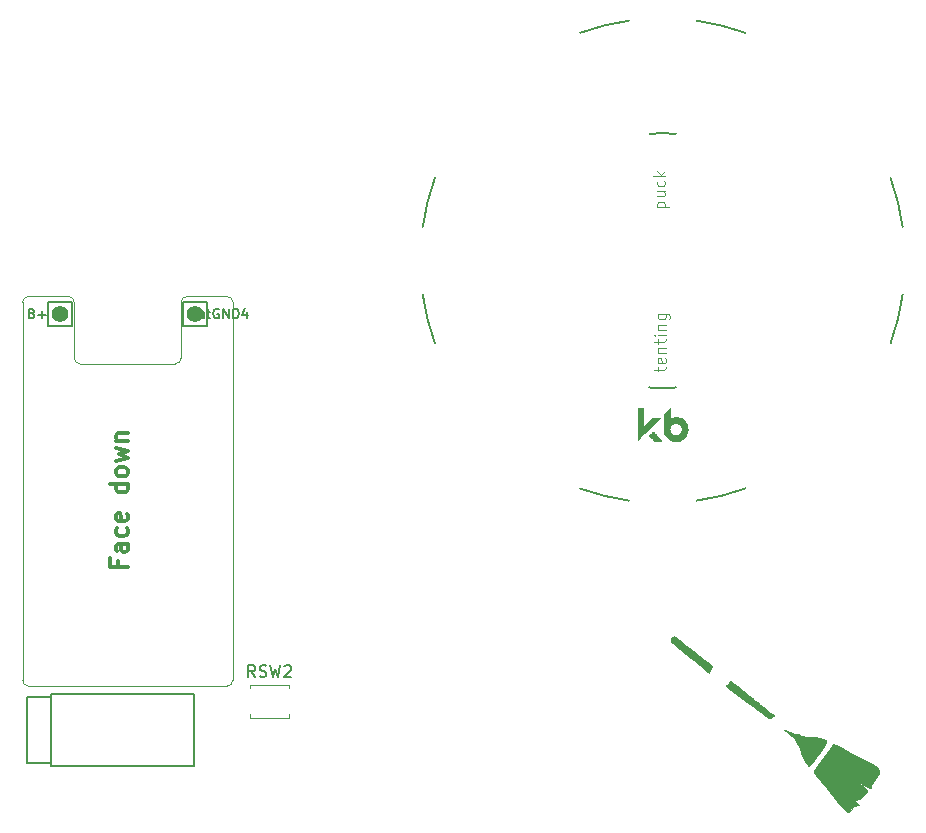
<source format=gbr>
%TF.GenerationSoftware,KiCad,Pcbnew,(6.0.8-1)-1*%
%TF.CreationDate,2023-02-27T10:47:16+02:00*%
%TF.ProjectId,sweepv2,73776565-7076-4322-9e6b-696361645f70,rev?*%
%TF.SameCoordinates,Original*%
%TF.FileFunction,Legend,Top*%
%TF.FilePolarity,Positive*%
%FSLAX46Y46*%
G04 Gerber Fmt 4.6, Leading zero omitted, Abs format (unit mm)*
G04 Created by KiCad (PCBNEW (6.0.8-1)-1) date 2023-02-27 10:47:16*
%MOMM*%
%LPD*%
G01*
G04 APERTURE LIST*
%ADD10C,0.300000*%
%ADD11C,0.100000*%
%ADD12C,0.150000*%
%ADD13C,0.010000*%
%ADD14C,0.200000*%
%ADD15C,0.120000*%
%ADD16C,1.397000*%
G04 APERTURE END LIST*
D10*
X29610857Y-71690857D02*
X29610857Y-72190857D01*
X30396571Y-72190857D02*
X28896571Y-72190857D01*
X28896571Y-71476571D01*
X30396571Y-70262285D02*
X29610857Y-70262285D01*
X29468000Y-70333714D01*
X29396571Y-70476571D01*
X29396571Y-70762285D01*
X29468000Y-70905142D01*
X30325142Y-70262285D02*
X30396571Y-70405142D01*
X30396571Y-70762285D01*
X30325142Y-70905142D01*
X30182285Y-70976571D01*
X30039428Y-70976571D01*
X29896571Y-70905142D01*
X29825142Y-70762285D01*
X29825142Y-70405142D01*
X29753714Y-70262285D01*
X30325142Y-68905142D02*
X30396571Y-69048000D01*
X30396571Y-69333714D01*
X30325142Y-69476571D01*
X30253714Y-69548000D01*
X30110857Y-69619428D01*
X29682285Y-69619428D01*
X29539428Y-69548000D01*
X29468000Y-69476571D01*
X29396571Y-69333714D01*
X29396571Y-69048000D01*
X29468000Y-68905142D01*
X30325142Y-67690857D02*
X30396571Y-67833714D01*
X30396571Y-68119428D01*
X30325142Y-68262285D01*
X30182285Y-68333714D01*
X29610857Y-68333714D01*
X29468000Y-68262285D01*
X29396571Y-68119428D01*
X29396571Y-67833714D01*
X29468000Y-67690857D01*
X29610857Y-67619428D01*
X29753714Y-67619428D01*
X29896571Y-68333714D01*
X30396571Y-65190857D02*
X28896571Y-65190857D01*
X30325142Y-65190857D02*
X30396571Y-65333714D01*
X30396571Y-65619428D01*
X30325142Y-65762285D01*
X30253714Y-65833714D01*
X30110857Y-65905142D01*
X29682285Y-65905142D01*
X29539428Y-65833714D01*
X29468000Y-65762285D01*
X29396571Y-65619428D01*
X29396571Y-65333714D01*
X29468000Y-65190857D01*
X30396571Y-64262285D02*
X30325142Y-64405142D01*
X30253714Y-64476571D01*
X30110857Y-64548000D01*
X29682285Y-64548000D01*
X29539428Y-64476571D01*
X29468000Y-64405142D01*
X29396571Y-64262285D01*
X29396571Y-64048000D01*
X29468000Y-63905142D01*
X29539428Y-63833714D01*
X29682285Y-63762285D01*
X30110857Y-63762285D01*
X30253714Y-63833714D01*
X30325142Y-63905142D01*
X30396571Y-64048000D01*
X30396571Y-64262285D01*
X29396571Y-63262285D02*
X30396571Y-62976571D01*
X29682285Y-62690857D01*
X30396571Y-62405142D01*
X29396571Y-62119428D01*
X29396571Y-61548000D02*
X30396571Y-61548000D01*
X29539428Y-61548000D02*
X29468000Y-61476571D01*
X29396571Y-61333714D01*
X29396571Y-61119428D01*
X29468000Y-60976571D01*
X29610857Y-60905142D01*
X30396571Y-60905142D01*
D11*
%TO.C,REF\u002A\u002A*%
X75223714Y-41749500D02*
X76223714Y-41749500D01*
X75271333Y-41749500D02*
X75223714Y-41654261D01*
X75223714Y-41463785D01*
X75271333Y-41368547D01*
X75318952Y-41320928D01*
X75414190Y-41273309D01*
X75699904Y-41273309D01*
X75795142Y-41320928D01*
X75842761Y-41368547D01*
X75890380Y-41463785D01*
X75890380Y-41654261D01*
X75842761Y-41749500D01*
X75223714Y-40416166D02*
X75890380Y-40416166D01*
X75223714Y-40844738D02*
X75747523Y-40844738D01*
X75842761Y-40797119D01*
X75890380Y-40701880D01*
X75890380Y-40559023D01*
X75842761Y-40463785D01*
X75795142Y-40416166D01*
X75842761Y-39511404D02*
X75890380Y-39606642D01*
X75890380Y-39797119D01*
X75842761Y-39892357D01*
X75795142Y-39939976D01*
X75699904Y-39987595D01*
X75414190Y-39987595D01*
X75318952Y-39939976D01*
X75271333Y-39892357D01*
X75223714Y-39797119D01*
X75223714Y-39606642D01*
X75271333Y-39511404D01*
X75890380Y-39082833D02*
X74890380Y-39082833D01*
X75509428Y-38987595D02*
X75890380Y-38701880D01*
X75223714Y-38701880D02*
X75604666Y-39082833D01*
X75287214Y-55640000D02*
X75287214Y-55259047D01*
X74953880Y-55497142D02*
X75811023Y-55497142D01*
X75906261Y-55449523D01*
X75953880Y-55354285D01*
X75953880Y-55259047D01*
X75906261Y-54544761D02*
X75953880Y-54640000D01*
X75953880Y-54830476D01*
X75906261Y-54925714D01*
X75811023Y-54973333D01*
X75430071Y-54973333D01*
X75334833Y-54925714D01*
X75287214Y-54830476D01*
X75287214Y-54640000D01*
X75334833Y-54544761D01*
X75430071Y-54497142D01*
X75525309Y-54497142D01*
X75620547Y-54973333D01*
X75287214Y-54068571D02*
X75953880Y-54068571D01*
X75382452Y-54068571D02*
X75334833Y-54020952D01*
X75287214Y-53925714D01*
X75287214Y-53782857D01*
X75334833Y-53687619D01*
X75430071Y-53640000D01*
X75953880Y-53640000D01*
X75287214Y-53306666D02*
X75287214Y-52925714D01*
X74953880Y-53163809D02*
X75811023Y-53163809D01*
X75906261Y-53116190D01*
X75953880Y-53020952D01*
X75953880Y-52925714D01*
X75953880Y-52592380D02*
X75287214Y-52592380D01*
X74953880Y-52592380D02*
X75001500Y-52640000D01*
X75049119Y-52592380D01*
X75001500Y-52544761D01*
X74953880Y-52592380D01*
X75049119Y-52592380D01*
X75287214Y-52116190D02*
X75953880Y-52116190D01*
X75382452Y-52116190D02*
X75334833Y-52068571D01*
X75287214Y-51973333D01*
X75287214Y-51830476D01*
X75334833Y-51735238D01*
X75430071Y-51687619D01*
X75953880Y-51687619D01*
X75287214Y-50782857D02*
X76096738Y-50782857D01*
X76191976Y-50830476D01*
X76239595Y-50878095D01*
X76287214Y-50973333D01*
X76287214Y-51116190D01*
X76239595Y-51211428D01*
X75906261Y-50782857D02*
X75953880Y-50878095D01*
X75953880Y-51068571D01*
X75906261Y-51163809D01*
X75858642Y-51211428D01*
X75763404Y-51259047D01*
X75477690Y-51259047D01*
X75382452Y-51211428D01*
X75334833Y-51163809D01*
X75287214Y-51068571D01*
X75287214Y-50878095D01*
X75334833Y-50782857D01*
D12*
%TO.C,BatGND4*%
X35932533Y-50741942D02*
X36048647Y-50780647D01*
X36087352Y-50819352D01*
X36126057Y-50896761D01*
X36126057Y-51012876D01*
X36087352Y-51090285D01*
X36048647Y-51128990D01*
X35971238Y-51167695D01*
X35661600Y-51167695D01*
X35661600Y-50354895D01*
X35932533Y-50354895D01*
X36009942Y-50393600D01*
X36048647Y-50432304D01*
X36087352Y-50509714D01*
X36087352Y-50587123D01*
X36048647Y-50664533D01*
X36009942Y-50703238D01*
X35932533Y-50741942D01*
X35661600Y-50741942D01*
X36822742Y-51167695D02*
X36822742Y-50741942D01*
X36784038Y-50664533D01*
X36706628Y-50625828D01*
X36551809Y-50625828D01*
X36474400Y-50664533D01*
X36822742Y-51128990D02*
X36745333Y-51167695D01*
X36551809Y-51167695D01*
X36474400Y-51128990D01*
X36435695Y-51051580D01*
X36435695Y-50974171D01*
X36474400Y-50896761D01*
X36551809Y-50858057D01*
X36745333Y-50858057D01*
X36822742Y-50819352D01*
X37093676Y-50625828D02*
X37403314Y-50625828D01*
X37209790Y-50354895D02*
X37209790Y-51051580D01*
X37248495Y-51128990D01*
X37325904Y-51167695D01*
X37403314Y-51167695D01*
X38100000Y-50393600D02*
X38022590Y-50354895D01*
X37906476Y-50354895D01*
X37790361Y-50393600D01*
X37712952Y-50471009D01*
X37674247Y-50548419D01*
X37635542Y-50703238D01*
X37635542Y-50819352D01*
X37674247Y-50974171D01*
X37712952Y-51051580D01*
X37790361Y-51128990D01*
X37906476Y-51167695D01*
X37983885Y-51167695D01*
X38100000Y-51128990D01*
X38138704Y-51090285D01*
X38138704Y-50819352D01*
X37983885Y-50819352D01*
X38487047Y-51167695D02*
X38487047Y-50354895D01*
X38951504Y-51167695D01*
X38951504Y-50354895D01*
X39338552Y-51167695D02*
X39338552Y-50354895D01*
X39532076Y-50354895D01*
X39648190Y-50393600D01*
X39725600Y-50471009D01*
X39764304Y-50548419D01*
X39803009Y-50703238D01*
X39803009Y-50819352D01*
X39764304Y-50974171D01*
X39725600Y-51051580D01*
X39648190Y-51128990D01*
X39532076Y-51167695D01*
X39338552Y-51167695D01*
X40499695Y-50625828D02*
X40499695Y-51167695D01*
X40306171Y-50316190D02*
X40112647Y-50896761D01*
X40615809Y-50896761D01*
%TO.C,B+*%
X22287895Y-50741942D02*
X22404009Y-50780647D01*
X22442714Y-50819352D01*
X22481419Y-50896761D01*
X22481419Y-51012876D01*
X22442714Y-51090285D01*
X22404009Y-51128990D01*
X22326600Y-51167695D01*
X22016961Y-51167695D01*
X22016961Y-50354895D01*
X22287895Y-50354895D01*
X22365304Y-50393600D01*
X22404009Y-50432304D01*
X22442714Y-50509714D01*
X22442714Y-50587123D01*
X22404009Y-50664533D01*
X22365304Y-50703238D01*
X22287895Y-50741942D01*
X22016961Y-50741942D01*
X22829761Y-50858057D02*
X23449038Y-50858057D01*
X23139400Y-51167695D02*
X23139400Y-50548419D01*
%TO.C,RSW2*%
X41185714Y-81527380D02*
X40852380Y-81051190D01*
X40614285Y-81527380D02*
X40614285Y-80527380D01*
X40995238Y-80527380D01*
X41090476Y-80575000D01*
X41138095Y-80622619D01*
X41185714Y-80717857D01*
X41185714Y-80860714D01*
X41138095Y-80955952D01*
X41090476Y-81003571D01*
X40995238Y-81051190D01*
X40614285Y-81051190D01*
X41566666Y-81479761D02*
X41709523Y-81527380D01*
X41947619Y-81527380D01*
X42042857Y-81479761D01*
X42090476Y-81432142D01*
X42138095Y-81336904D01*
X42138095Y-81241666D01*
X42090476Y-81146428D01*
X42042857Y-81098809D01*
X41947619Y-81051190D01*
X41757142Y-81003571D01*
X41661904Y-80955952D01*
X41614285Y-80908333D01*
X41566666Y-80813095D01*
X41566666Y-80717857D01*
X41614285Y-80622619D01*
X41661904Y-80575000D01*
X41757142Y-80527380D01*
X41995238Y-80527380D01*
X42138095Y-80575000D01*
X42471428Y-80527380D02*
X42709523Y-81527380D01*
X42900000Y-80813095D01*
X43090476Y-81527380D01*
X43328571Y-80527380D01*
X43661904Y-80622619D02*
X43709523Y-80575000D01*
X43804761Y-80527380D01*
X44042857Y-80527380D01*
X44138095Y-80575000D01*
X44185714Y-80622619D01*
X44233333Y-80717857D01*
X44233333Y-80813095D01*
X44185714Y-80955952D01*
X43614285Y-81527380D01*
X44233333Y-81527380D01*
%TO.C,*%
D11*
%TO.C,U2*%
X25875980Y-51410000D02*
X25875980Y-49810000D01*
X22000980Y-82310000D02*
X38800980Y-82310000D01*
X25875980Y-51410000D02*
X25870490Y-54510490D01*
X21500980Y-49810000D02*
X21500980Y-81810000D01*
X25375980Y-49310000D02*
X22000980Y-49310000D01*
X35425980Y-49310000D02*
X38800980Y-49310000D01*
X34925980Y-51410000D02*
X34925980Y-49810000D01*
X34925980Y-51410000D02*
X34930490Y-54510490D01*
X26370490Y-55010490D02*
X34430490Y-55010490D01*
X39300980Y-81810000D02*
X39300980Y-49810000D01*
X25875980Y-49810000D02*
G75*
G03*
X25375980Y-49310000I-499984J16D01*
G01*
X35425980Y-49310000D02*
G75*
G03*
X34925980Y-49810000I30J-500030D01*
G01*
X21500980Y-81810000D02*
G75*
G03*
X22000980Y-82310000I500018J18D01*
G01*
X38800980Y-82309990D02*
G75*
G03*
X39300980Y-81810000I10J499990D01*
G01*
X34430490Y-55010490D02*
G75*
G03*
X34930490Y-54510490I0J500000D01*
G01*
X39300990Y-49810000D02*
G75*
G03*
X38800980Y-49310000I-500000J0D01*
G01*
X25870490Y-54510490D02*
G75*
G03*
X26370490Y-55010490I500001J1D01*
G01*
X22000980Y-49310000D02*
G75*
G03*
X21500980Y-49810000I-5J-499995D01*
G01*
D12*
%TO.C,J1*%
X35976000Y-83002000D02*
X35976000Y-89102000D01*
X23876000Y-83002000D02*
X23876000Y-89102000D01*
X23876000Y-83002000D02*
X35976000Y-83002000D01*
X23876000Y-88852000D02*
X21876000Y-88852000D01*
X23876000Y-89102000D02*
X35976000Y-89102000D01*
X21876000Y-83252000D02*
X21876000Y-88852000D01*
X23876000Y-83252000D02*
X21876000Y-83252000D01*
%TO.C,G\u002A\u002A\u002A*%
G36*
X90234922Y-87233675D02*
G01*
X90293936Y-87252149D01*
X90362998Y-87279698D01*
X90370408Y-87282939D01*
X90408714Y-87300565D01*
X90451928Y-87321628D01*
X90495763Y-87343916D01*
X90535936Y-87365217D01*
X90568157Y-87383319D01*
X90584338Y-87393338D01*
X90598981Y-87399568D01*
X90603625Y-87399897D01*
X90614628Y-87403981D01*
X90615258Y-87404867D01*
X90624178Y-87411911D01*
X90644479Y-87424849D01*
X90672601Y-87441601D01*
X90704983Y-87460089D01*
X90738067Y-87478236D01*
X90765330Y-87492472D01*
X90791243Y-87506276D01*
X90822971Y-87524206D01*
X90857181Y-87544245D01*
X90890541Y-87564380D01*
X90919717Y-87582591D01*
X90941378Y-87596863D01*
X90952191Y-87605179D01*
X90952712Y-87605858D01*
X90963120Y-87611624D01*
X90963947Y-87611563D01*
X90974238Y-87615184D01*
X90995161Y-87625648D01*
X91022885Y-87640989D01*
X91034415Y-87647694D01*
X91067796Y-87667307D01*
X91099638Y-87685920D01*
X91124079Y-87700106D01*
X91127930Y-87702321D01*
X91148793Y-87714361D01*
X91179753Y-87732315D01*
X91216290Y-87753550D01*
X91253881Y-87775439D01*
X91288005Y-87795349D01*
X91314141Y-87810650D01*
X91316387Y-87811970D01*
X91323358Y-87816018D01*
X91332652Y-87821289D01*
X91346006Y-87828737D01*
X91365151Y-87839319D01*
X91391823Y-87853989D01*
X91427754Y-87873703D01*
X91474680Y-87899416D01*
X91534336Y-87932083D01*
X91549802Y-87940550D01*
X91591882Y-87963700D01*
X91636443Y-87988400D01*
X91676650Y-88010853D01*
X91694137Y-88020703D01*
X91722222Y-88036275D01*
X91761448Y-88057585D01*
X91807939Y-88082549D01*
X91857816Y-88109083D01*
X91897081Y-88129791D01*
X91942041Y-88153447D01*
X91982093Y-88174603D01*
X92014720Y-88191923D01*
X92037403Y-88204068D01*
X92047621Y-88209703D01*
X92047643Y-88209716D01*
X92068631Y-88221796D01*
X92100943Y-88239363D01*
X92140720Y-88260409D01*
X92184103Y-88282924D01*
X92227233Y-88304900D01*
X92266250Y-88324330D01*
X92289124Y-88335375D01*
X92348573Y-88363769D01*
X92403937Y-88390669D01*
X92453268Y-88415091D01*
X92494620Y-88436050D01*
X92526046Y-88452563D01*
X92545598Y-88463647D01*
X92551350Y-88467884D01*
X92561758Y-88472664D01*
X92566144Y-88472588D01*
X92578826Y-88475203D01*
X92580950Y-88477382D01*
X92589690Y-88483399D01*
X92610352Y-88494664D01*
X92639476Y-88509347D01*
X92661529Y-88519964D01*
X92704312Y-88540386D01*
X92749646Y-88562340D01*
X92794844Y-88584488D01*
X92837222Y-88605495D01*
X92874094Y-88624023D01*
X92902774Y-88638737D01*
X92920577Y-88648300D01*
X92925006Y-88651085D01*
X92933975Y-88656196D01*
X92955336Y-88667207D01*
X92986224Y-88682672D01*
X93023774Y-88701147D01*
X93038672Y-88708402D01*
X93076025Y-88726543D01*
X93105520Y-88740920D01*
X93130132Y-88753062D01*
X93152839Y-88764497D01*
X93176614Y-88776754D01*
X93204435Y-88791360D01*
X93239277Y-88809845D01*
X93284117Y-88833736D01*
X93320908Y-88853356D01*
X93363121Y-88876128D01*
X93399889Y-88896465D01*
X93428687Y-88912928D01*
X93446991Y-88924080D01*
X93452361Y-88928173D01*
X93462817Y-88933895D01*
X93464437Y-88933819D01*
X93474831Y-88937473D01*
X93495640Y-88947912D01*
X93522936Y-88962921D01*
X93552791Y-88980286D01*
X93581276Y-88997790D01*
X93601108Y-89010870D01*
X93617130Y-89021508D01*
X93640980Y-89036853D01*
X93656565Y-89046712D01*
X93693018Y-89071446D01*
X93735608Y-89103213D01*
X93780438Y-89138812D01*
X93823606Y-89175047D01*
X93861215Y-89208719D01*
X93889365Y-89236630D01*
X93892910Y-89240550D01*
X93947388Y-89309212D01*
X93987853Y-89375739D01*
X94013736Y-89438968D01*
X94024475Y-89497732D01*
X94024714Y-89512209D01*
X94024009Y-89543712D01*
X94023274Y-89573599D01*
X94023088Y-89580529D01*
X94019713Y-89612680D01*
X94011969Y-89654286D01*
X94001325Y-89699357D01*
X93989249Y-89741893D01*
X93977208Y-89775904D01*
X93972931Y-89785378D01*
X93949292Y-89823368D01*
X93921239Y-89847627D01*
X93884658Y-89860817D01*
X93850017Y-89865000D01*
X93810346Y-89864800D01*
X93771950Y-89858246D01*
X93729818Y-89845099D01*
X93689998Y-89829562D01*
X93644610Y-89809824D01*
X93599604Y-89788641D01*
X93560928Y-89768773D01*
X93542932Y-89758445D01*
X93532660Y-89752157D01*
X93510843Y-89738813D01*
X93480384Y-89720189D01*
X93444186Y-89698059D01*
X93432259Y-89690767D01*
X93394367Y-89667595D01*
X93360825Y-89647067D01*
X93334704Y-89631064D01*
X93319078Y-89621468D01*
X93316962Y-89620161D01*
X93281060Y-89598669D01*
X93238268Y-89574262D01*
X93191953Y-89548732D01*
X93145479Y-89523865D01*
X93102213Y-89501456D01*
X93065522Y-89483292D01*
X93038771Y-89471165D01*
X93031721Y-89468444D01*
X93025453Y-89468445D01*
X93031151Y-89476456D01*
X93046789Y-89490941D01*
X93070341Y-89510368D01*
X93099784Y-89533203D01*
X93133094Y-89557913D01*
X93168245Y-89582965D01*
X93203213Y-89606824D01*
X93235974Y-89627959D01*
X93264503Y-89644834D01*
X93264827Y-89645012D01*
X93288316Y-89658510D01*
X93324541Y-89680053D01*
X93371898Y-89708681D01*
X93416474Y-89735886D01*
X93432656Y-89745179D01*
X93455724Y-89757769D01*
X93462237Y-89761233D01*
X93483105Y-89772741D01*
X93496934Y-89781249D01*
X93499015Y-89782874D01*
X93508281Y-89788605D01*
X93528984Y-89799919D01*
X93557422Y-89814817D01*
X93572102Y-89822333D01*
X93611640Y-89843030D01*
X93655258Y-89866818D01*
X93698135Y-89890979D01*
X93735452Y-89912799D01*
X93761869Y-89929222D01*
X93777022Y-89935285D01*
X93781837Y-89935537D01*
X93790927Y-89939666D01*
X93791453Y-89941445D01*
X93799112Y-89949280D01*
X93814224Y-89956909D01*
X93832563Y-89966905D01*
X93841872Y-89976175D01*
X93838500Y-89985727D01*
X93825798Y-90006835D01*
X93805018Y-90037838D01*
X93777413Y-90077077D01*
X93744239Y-90122889D01*
X93706749Y-90173615D01*
X93666196Y-90227593D01*
X93623835Y-90283162D01*
X93580919Y-90338661D01*
X93538702Y-90392430D01*
X93498438Y-90442808D01*
X93461379Y-90488133D01*
X93428782Y-90526745D01*
X93410819Y-90547191D01*
X93382312Y-90580191D01*
X93362547Y-90607834D01*
X93350246Y-90634370D01*
X93344131Y-90664051D01*
X93342925Y-90701128D01*
X93345350Y-90749853D01*
X93346215Y-90762155D01*
X93349351Y-90816524D01*
X93349167Y-90856362D01*
X93344764Y-90883893D01*
X93335248Y-90901343D01*
X93319721Y-90910940D01*
X93297287Y-90914911D01*
X93284496Y-90915458D01*
X93244029Y-90911433D01*
X93192953Y-90897693D01*
X93160246Y-90886053D01*
X93097022Y-90861634D01*
X93049440Y-90842324D01*
X93017057Y-90827932D01*
X92999433Y-90818269D01*
X92995927Y-90815002D01*
X92985535Y-90809617D01*
X92984524Y-90809688D01*
X92973409Y-90806471D01*
X92952484Y-90797153D01*
X92931463Y-90786468D01*
X92907636Y-90773790D01*
X92879915Y-90759141D01*
X92845736Y-90741173D01*
X92802534Y-90718537D01*
X92747744Y-90689889D01*
X92726114Y-90678589D01*
X92695868Y-90662161D01*
X92654265Y-90638676D01*
X92604381Y-90609935D01*
X92549293Y-90577736D01*
X92492073Y-90543880D01*
X92435800Y-90510169D01*
X92383547Y-90478401D01*
X92371837Y-90471198D01*
X92334945Y-90448044D01*
X92291867Y-90420345D01*
X92244642Y-90389483D01*
X92195316Y-90356841D01*
X92145927Y-90323796D01*
X92098520Y-90291733D01*
X92055135Y-90262029D01*
X92017814Y-90236066D01*
X91988598Y-90215226D01*
X91969532Y-90200890D01*
X91962659Y-90194480D01*
X91955342Y-90186965D01*
X91938789Y-90176145D01*
X91936813Y-90175030D01*
X91911923Y-90161182D01*
X91934382Y-90183858D01*
X91947946Y-90196345D01*
X91972126Y-90217401D01*
X92004415Y-90244892D01*
X92042308Y-90276685D01*
X92083072Y-90310459D01*
X92124487Y-90344758D01*
X92163208Y-90377201D01*
X92196610Y-90405560D01*
X92222068Y-90427606D01*
X92236713Y-90440874D01*
X92254818Y-90457510D01*
X92281826Y-90481293D01*
X92313579Y-90508593D01*
X92335992Y-90527508D01*
X92398368Y-90580714D01*
X92469174Y-90642843D01*
X92544938Y-90710774D01*
X92622189Y-90781387D01*
X92697452Y-90851560D01*
X92715303Y-90868434D01*
X92740870Y-90892671D01*
X92759152Y-90909973D01*
X92774588Y-90924523D01*
X92791618Y-90940503D01*
X92814685Y-90962092D01*
X92827406Y-90973993D01*
X92870400Y-91016362D01*
X92908334Y-91057883D01*
X92938961Y-91095846D01*
X92960033Y-91127542D01*
X92967250Y-91142682D01*
X92972962Y-91174817D01*
X92971738Y-91214145D01*
X92964443Y-91252880D01*
X92951945Y-91283243D01*
X92951530Y-91283894D01*
X92922955Y-91327551D01*
X92899381Y-91361716D01*
X92877045Y-91391389D01*
X92852188Y-91421569D01*
X92821568Y-91456670D01*
X92747091Y-91536639D01*
X92669216Y-91612675D01*
X92590297Y-91682816D01*
X92512687Y-91745100D01*
X92438741Y-91797563D01*
X92370812Y-91838246D01*
X92352600Y-91847548D01*
X92254599Y-91888982D01*
X92160947Y-91914919D01*
X92069574Y-91925530D01*
X91978405Y-91920989D01*
X91885368Y-91901466D01*
X91846888Y-91889406D01*
X91811073Y-91877194D01*
X91780960Y-91866953D01*
X91760328Y-91859964D01*
X91753423Y-91857654D01*
X91751927Y-91858769D01*
X91757949Y-91866043D01*
X91772680Y-91880638D01*
X91797306Y-91903712D01*
X91833017Y-91936429D01*
X91848395Y-91950409D01*
X91871047Y-91971567D01*
X91889356Y-91989733D01*
X91898160Y-91999529D01*
X91909213Y-92010762D01*
X91931110Y-92030328D01*
X91961353Y-92056132D01*
X91997448Y-92086074D01*
X92036901Y-92118057D01*
X92075705Y-92148803D01*
X92114962Y-92180357D01*
X92154415Y-92213546D01*
X92191838Y-92246328D01*
X92225002Y-92276665D01*
X92251675Y-92302516D01*
X92269630Y-92321843D01*
X92276637Y-92332605D01*
X92276643Y-92332644D01*
X92276328Y-92344876D01*
X92274765Y-92346977D01*
X92265700Y-92349612D01*
X92244149Y-92356358D01*
X92213719Y-92366076D01*
X92190591Y-92373545D01*
X92151273Y-92386123D01*
X92113526Y-92397910D01*
X92083191Y-92407091D01*
X92072892Y-92410065D01*
X92021335Y-92426540D01*
X91961720Y-92448825D01*
X91900670Y-92474289D01*
X91844807Y-92500302D01*
X91841088Y-92502163D01*
X91776818Y-92534505D01*
X91603145Y-92752678D01*
X91429472Y-92970853D01*
X91374826Y-92977691D01*
X91320179Y-92984531D01*
X91286118Y-92949961D01*
X91262389Y-92926166D01*
X91232835Y-92896928D01*
X91203829Y-92868552D01*
X91203658Y-92868386D01*
X91179960Y-92845258D01*
X91160722Y-92826276D01*
X91149415Y-92814869D01*
X91148323Y-92813702D01*
X91138446Y-92803873D01*
X91120824Y-92787195D01*
X91108661Y-92775920D01*
X91085304Y-92753718D01*
X91057083Y-92725804D01*
X91026332Y-92694622D01*
X90995383Y-92662613D01*
X90966568Y-92632217D01*
X90942222Y-92605877D01*
X90924675Y-92586034D01*
X90916262Y-92575128D01*
X90915863Y-92574138D01*
X90908563Y-92564833D01*
X90907795Y-92564580D01*
X90898812Y-92557575D01*
X90882774Y-92541403D01*
X90867131Y-92524078D01*
X90848328Y-92502993D01*
X90833742Y-92487598D01*
X90827576Y-92482019D01*
X90819659Y-92474229D01*
X90803027Y-92455771D01*
X90779550Y-92428872D01*
X90751101Y-92395756D01*
X90719550Y-92358647D01*
X90686770Y-92319771D01*
X90654635Y-92281353D01*
X90625013Y-92245618D01*
X90599778Y-92214791D01*
X90580801Y-92191095D01*
X90569954Y-92176756D01*
X90568130Y-92173641D01*
X90561457Y-92164016D01*
X90560506Y-92163648D01*
X90549639Y-92155647D01*
X90534185Y-92139695D01*
X90519149Y-92121560D01*
X90509539Y-92107008D01*
X90508346Y-92103578D01*
X90501819Y-92095811D01*
X90499848Y-92095746D01*
X90490447Y-92089964D01*
X90485670Y-92082559D01*
X90477453Y-92070025D01*
X90461146Y-92048350D01*
X90439625Y-92021296D01*
X90428588Y-92007867D01*
X90406473Y-91980570D01*
X90389085Y-91957840D01*
X90378916Y-91942995D01*
X90377309Y-91939523D01*
X90370309Y-91932650D01*
X90368934Y-91932685D01*
X90359361Y-91926967D01*
X90354314Y-91919552D01*
X90346360Y-91906259D01*
X90333256Y-91888298D01*
X90312827Y-91862835D01*
X90289333Y-91834654D01*
X90268812Y-91809750D01*
X90241897Y-91776371D01*
X90211879Y-91738673D01*
X90182045Y-91700811D01*
X90155683Y-91666943D01*
X90136083Y-91641222D01*
X90133297Y-91637468D01*
X90099264Y-91591622D01*
X90074720Y-91559365D01*
X90059747Y-91540804D01*
X90055224Y-91536161D01*
X90050801Y-91531995D01*
X90043245Y-91522800D01*
X90030686Y-91506122D01*
X90011255Y-91479510D01*
X89996255Y-91458771D01*
X89976525Y-91431797D01*
X89952684Y-91399682D01*
X89936090Y-91377594D01*
X89918725Y-91354221D01*
X89906250Y-91336641D01*
X89901389Y-91328707D01*
X89896179Y-91320846D01*
X89882996Y-91303812D01*
X89865890Y-91282751D01*
X89847795Y-91260251D01*
X89834907Y-91243026D01*
X89830194Y-91235190D01*
X89824692Y-91226356D01*
X89811341Y-91209519D01*
X89801323Y-91197807D01*
X89787510Y-91181343D01*
X89765400Y-91154165D01*
X89737095Y-91118929D01*
X89704693Y-91078288D01*
X89670296Y-91034894D01*
X89636004Y-90991404D01*
X89603915Y-90950472D01*
X89576131Y-90914748D01*
X89554750Y-90886890D01*
X89544908Y-90873749D01*
X89528797Y-90853025D01*
X89514812Y-90837010D01*
X89512821Y-90835037D01*
X89504104Y-90825292D01*
X89486526Y-90804459D01*
X89461834Y-90774654D01*
X89431776Y-90737989D01*
X89398097Y-90696577D01*
X89386106Y-90681759D01*
X89344401Y-90630153D01*
X89311714Y-90589733D01*
X89286413Y-90558524D01*
X89266864Y-90534549D01*
X89251433Y-90515832D01*
X89238485Y-90500397D01*
X89226387Y-90486267D01*
X89213506Y-90471467D01*
X89198208Y-90454021D01*
X89191697Y-90446600D01*
X89168884Y-90420389D01*
X89150303Y-90398659D01*
X89138848Y-90384808D01*
X89136870Y-90382178D01*
X89127125Y-90369382D01*
X89112399Y-90351724D01*
X89097645Y-90334967D01*
X89087816Y-90324867D01*
X89087114Y-90324311D01*
X89076889Y-90314182D01*
X89059986Y-90294782D01*
X89039914Y-90270363D01*
X89020177Y-90245181D01*
X89005713Y-90225545D01*
X88993877Y-90212481D01*
X88986252Y-90208741D01*
X88978569Y-90203198D01*
X88978204Y-90201524D01*
X88972435Y-90192219D01*
X88957634Y-90173460D01*
X88936246Y-90148246D01*
X88917941Y-90127561D01*
X88893421Y-90099964D01*
X88873735Y-90077152D01*
X88861278Y-90061944D01*
X88858126Y-90057241D01*
X88852405Y-90048958D01*
X88838765Y-90033642D01*
X88833190Y-90027832D01*
X88817803Y-90011135D01*
X88808967Y-89999716D01*
X88808195Y-89997953D01*
X88802801Y-89989512D01*
X88789203Y-89971997D01*
X88770291Y-89949123D01*
X88769401Y-89948075D01*
X88746424Y-89920398D01*
X88724914Y-89893446D01*
X88711464Y-89875681D01*
X88697700Y-89857356D01*
X88687994Y-89845847D01*
X88686621Y-89844610D01*
X88678867Y-89836369D01*
X88663500Y-89818258D01*
X88643336Y-89793749D01*
X88621191Y-89766309D01*
X88599880Y-89739412D01*
X88582221Y-89716526D01*
X88576961Y-89709476D01*
X88537459Y-89653946D01*
X88508950Y-89609651D01*
X88490787Y-89575528D01*
X88483444Y-89555516D01*
X88480564Y-89541460D01*
X88480887Y-89528288D01*
X88485673Y-89512828D01*
X88496184Y-89491912D01*
X88513676Y-89462371D01*
X88532499Y-89432065D01*
X88556237Y-89394325D01*
X88578533Y-89359221D01*
X88596890Y-89330661D01*
X88608814Y-89312551D01*
X88608857Y-89312487D01*
X88652122Y-89249092D01*
X88686521Y-89199114D01*
X88711846Y-89162858D01*
X88717480Y-89154929D01*
X88733847Y-89131322D01*
X88754417Y-89100709D01*
X88771588Y-89074551D01*
X88802613Y-89028066D01*
X88839478Y-88975004D01*
X88877996Y-88921249D01*
X88913978Y-88872685D01*
X88931224Y-88850251D01*
X88949767Y-88825874D01*
X88974605Y-88792268D01*
X89002328Y-88754085D01*
X89026623Y-88720082D01*
X89054524Y-88680974D01*
X89082990Y-88641557D01*
X89108425Y-88606787D01*
X89125121Y-88584393D01*
X89140226Y-88564300D01*
X89163582Y-88533030D01*
X89193376Y-88493021D01*
X89227791Y-88446714D01*
X89265015Y-88396547D01*
X89297037Y-88353325D01*
X89337365Y-88299039D01*
X89378432Y-88244083D01*
X89417943Y-88191509D01*
X89453601Y-88144364D01*
X89483110Y-88105698D01*
X89498733Y-88085495D01*
X89523498Y-88053344D01*
X89555758Y-88010840D01*
X89593024Y-87961301D01*
X89632800Y-87908047D01*
X89672597Y-87854395D01*
X89689276Y-87831783D01*
X89727419Y-87780131D01*
X89765783Y-87728467D01*
X89802091Y-87679835D01*
X89834066Y-87637279D01*
X89859433Y-87603846D01*
X89868787Y-87591682D01*
X89895055Y-87557375D01*
X89920377Y-87523623D01*
X89941074Y-87495362D01*
X89949580Y-87483330D01*
X89978062Y-87442273D01*
X90008175Y-87399310D01*
X90038219Y-87356816D01*
X90066495Y-87317166D01*
X90091302Y-87282739D01*
X90110941Y-87255909D01*
X90123713Y-87239053D01*
X90127532Y-87234565D01*
X90150783Y-87224696D01*
X90186892Y-87224462D01*
X90234922Y-87233675D01*
G37*
D13*
X90234922Y-87233675D02*
X90293936Y-87252149D01*
X90362998Y-87279698D01*
X90370408Y-87282939D01*
X90408714Y-87300565D01*
X90451928Y-87321628D01*
X90495763Y-87343916D01*
X90535936Y-87365217D01*
X90568157Y-87383319D01*
X90584338Y-87393338D01*
X90598981Y-87399568D01*
X90603625Y-87399897D01*
X90614628Y-87403981D01*
X90615258Y-87404867D01*
X90624178Y-87411911D01*
X90644479Y-87424849D01*
X90672601Y-87441601D01*
X90704983Y-87460089D01*
X90738067Y-87478236D01*
X90765330Y-87492472D01*
X90791243Y-87506276D01*
X90822971Y-87524206D01*
X90857181Y-87544245D01*
X90890541Y-87564380D01*
X90919717Y-87582591D01*
X90941378Y-87596863D01*
X90952191Y-87605179D01*
X90952712Y-87605858D01*
X90963120Y-87611624D01*
X90963947Y-87611563D01*
X90974238Y-87615184D01*
X90995161Y-87625648D01*
X91022885Y-87640989D01*
X91034415Y-87647694D01*
X91067796Y-87667307D01*
X91099638Y-87685920D01*
X91124079Y-87700106D01*
X91127930Y-87702321D01*
X91148793Y-87714361D01*
X91179753Y-87732315D01*
X91216290Y-87753550D01*
X91253881Y-87775439D01*
X91288005Y-87795349D01*
X91314141Y-87810650D01*
X91316387Y-87811970D01*
X91323358Y-87816018D01*
X91332652Y-87821289D01*
X91346006Y-87828737D01*
X91365151Y-87839319D01*
X91391823Y-87853989D01*
X91427754Y-87873703D01*
X91474680Y-87899416D01*
X91534336Y-87932083D01*
X91549802Y-87940550D01*
X91591882Y-87963700D01*
X91636443Y-87988400D01*
X91676650Y-88010853D01*
X91694137Y-88020703D01*
X91722222Y-88036275D01*
X91761448Y-88057585D01*
X91807939Y-88082549D01*
X91857816Y-88109083D01*
X91897081Y-88129791D01*
X91942041Y-88153447D01*
X91982093Y-88174603D01*
X92014720Y-88191923D01*
X92037403Y-88204068D01*
X92047621Y-88209703D01*
X92047643Y-88209716D01*
X92068631Y-88221796D01*
X92100943Y-88239363D01*
X92140720Y-88260409D01*
X92184103Y-88282924D01*
X92227233Y-88304900D01*
X92266250Y-88324330D01*
X92289124Y-88335375D01*
X92348573Y-88363769D01*
X92403937Y-88390669D01*
X92453268Y-88415091D01*
X92494620Y-88436050D01*
X92526046Y-88452563D01*
X92545598Y-88463647D01*
X92551350Y-88467884D01*
X92561758Y-88472664D01*
X92566144Y-88472588D01*
X92578826Y-88475203D01*
X92580950Y-88477382D01*
X92589690Y-88483399D01*
X92610352Y-88494664D01*
X92639476Y-88509347D01*
X92661529Y-88519964D01*
X92704312Y-88540386D01*
X92749646Y-88562340D01*
X92794844Y-88584488D01*
X92837222Y-88605495D01*
X92874094Y-88624023D01*
X92902774Y-88638737D01*
X92920577Y-88648300D01*
X92925006Y-88651085D01*
X92933975Y-88656196D01*
X92955336Y-88667207D01*
X92986224Y-88682672D01*
X93023774Y-88701147D01*
X93038672Y-88708402D01*
X93076025Y-88726543D01*
X93105520Y-88740920D01*
X93130132Y-88753062D01*
X93152839Y-88764497D01*
X93176614Y-88776754D01*
X93204435Y-88791360D01*
X93239277Y-88809845D01*
X93284117Y-88833736D01*
X93320908Y-88853356D01*
X93363121Y-88876128D01*
X93399889Y-88896465D01*
X93428687Y-88912928D01*
X93446991Y-88924080D01*
X93452361Y-88928173D01*
X93462817Y-88933895D01*
X93464437Y-88933819D01*
X93474831Y-88937473D01*
X93495640Y-88947912D01*
X93522936Y-88962921D01*
X93552791Y-88980286D01*
X93581276Y-88997790D01*
X93601108Y-89010870D01*
X93617130Y-89021508D01*
X93640980Y-89036853D01*
X93656565Y-89046712D01*
X93693018Y-89071446D01*
X93735608Y-89103213D01*
X93780438Y-89138812D01*
X93823606Y-89175047D01*
X93861215Y-89208719D01*
X93889365Y-89236630D01*
X93892910Y-89240550D01*
X93947388Y-89309212D01*
X93987853Y-89375739D01*
X94013736Y-89438968D01*
X94024475Y-89497732D01*
X94024714Y-89512209D01*
X94024009Y-89543712D01*
X94023274Y-89573599D01*
X94023088Y-89580529D01*
X94019713Y-89612680D01*
X94011969Y-89654286D01*
X94001325Y-89699357D01*
X93989249Y-89741893D01*
X93977208Y-89775904D01*
X93972931Y-89785378D01*
X93949292Y-89823368D01*
X93921239Y-89847627D01*
X93884658Y-89860817D01*
X93850017Y-89865000D01*
X93810346Y-89864800D01*
X93771950Y-89858246D01*
X93729818Y-89845099D01*
X93689998Y-89829562D01*
X93644610Y-89809824D01*
X93599604Y-89788641D01*
X93560928Y-89768773D01*
X93542932Y-89758445D01*
X93532660Y-89752157D01*
X93510843Y-89738813D01*
X93480384Y-89720189D01*
X93444186Y-89698059D01*
X93432259Y-89690767D01*
X93394367Y-89667595D01*
X93360825Y-89647067D01*
X93334704Y-89631064D01*
X93319078Y-89621468D01*
X93316962Y-89620161D01*
X93281060Y-89598669D01*
X93238268Y-89574262D01*
X93191953Y-89548732D01*
X93145479Y-89523865D01*
X93102213Y-89501456D01*
X93065522Y-89483292D01*
X93038771Y-89471165D01*
X93031721Y-89468444D01*
X93025453Y-89468445D01*
X93031151Y-89476456D01*
X93046789Y-89490941D01*
X93070341Y-89510368D01*
X93099784Y-89533203D01*
X93133094Y-89557913D01*
X93168245Y-89582965D01*
X93203213Y-89606824D01*
X93235974Y-89627959D01*
X93264503Y-89644834D01*
X93264827Y-89645012D01*
X93288316Y-89658510D01*
X93324541Y-89680053D01*
X93371898Y-89708681D01*
X93416474Y-89735886D01*
X93432656Y-89745179D01*
X93455724Y-89757769D01*
X93462237Y-89761233D01*
X93483105Y-89772741D01*
X93496934Y-89781249D01*
X93499015Y-89782874D01*
X93508281Y-89788605D01*
X93528984Y-89799919D01*
X93557422Y-89814817D01*
X93572102Y-89822333D01*
X93611640Y-89843030D01*
X93655258Y-89866818D01*
X93698135Y-89890979D01*
X93735452Y-89912799D01*
X93761869Y-89929222D01*
X93777022Y-89935285D01*
X93781837Y-89935537D01*
X93790927Y-89939666D01*
X93791453Y-89941445D01*
X93799112Y-89949280D01*
X93814224Y-89956909D01*
X93832563Y-89966905D01*
X93841872Y-89976175D01*
X93838500Y-89985727D01*
X93825798Y-90006835D01*
X93805018Y-90037838D01*
X93777413Y-90077077D01*
X93744239Y-90122889D01*
X93706749Y-90173615D01*
X93666196Y-90227593D01*
X93623835Y-90283162D01*
X93580919Y-90338661D01*
X93538702Y-90392430D01*
X93498438Y-90442808D01*
X93461379Y-90488133D01*
X93428782Y-90526745D01*
X93410819Y-90547191D01*
X93382312Y-90580191D01*
X93362547Y-90607834D01*
X93350246Y-90634370D01*
X93344131Y-90664051D01*
X93342925Y-90701128D01*
X93345350Y-90749853D01*
X93346215Y-90762155D01*
X93349351Y-90816524D01*
X93349167Y-90856362D01*
X93344764Y-90883893D01*
X93335248Y-90901343D01*
X93319721Y-90910940D01*
X93297287Y-90914911D01*
X93284496Y-90915458D01*
X93244029Y-90911433D01*
X93192953Y-90897693D01*
X93160246Y-90886053D01*
X93097022Y-90861634D01*
X93049440Y-90842324D01*
X93017057Y-90827932D01*
X92999433Y-90818269D01*
X92995927Y-90815002D01*
X92985535Y-90809617D01*
X92984524Y-90809688D01*
X92973409Y-90806471D01*
X92952484Y-90797153D01*
X92931463Y-90786468D01*
X92907636Y-90773790D01*
X92879915Y-90759141D01*
X92845736Y-90741173D01*
X92802534Y-90718537D01*
X92747744Y-90689889D01*
X92726114Y-90678589D01*
X92695868Y-90662161D01*
X92654265Y-90638676D01*
X92604381Y-90609935D01*
X92549293Y-90577736D01*
X92492073Y-90543880D01*
X92435800Y-90510169D01*
X92383547Y-90478401D01*
X92371837Y-90471198D01*
X92334945Y-90448044D01*
X92291867Y-90420345D01*
X92244642Y-90389483D01*
X92195316Y-90356841D01*
X92145927Y-90323796D01*
X92098520Y-90291733D01*
X92055135Y-90262029D01*
X92017814Y-90236066D01*
X91988598Y-90215226D01*
X91969532Y-90200890D01*
X91962659Y-90194480D01*
X91955342Y-90186965D01*
X91938789Y-90176145D01*
X91936813Y-90175030D01*
X91911923Y-90161182D01*
X91934382Y-90183858D01*
X91947946Y-90196345D01*
X91972126Y-90217401D01*
X92004415Y-90244892D01*
X92042308Y-90276685D01*
X92083072Y-90310459D01*
X92124487Y-90344758D01*
X92163208Y-90377201D01*
X92196610Y-90405560D01*
X92222068Y-90427606D01*
X92236713Y-90440874D01*
X92254818Y-90457510D01*
X92281826Y-90481293D01*
X92313579Y-90508593D01*
X92335992Y-90527508D01*
X92398368Y-90580714D01*
X92469174Y-90642843D01*
X92544938Y-90710774D01*
X92622189Y-90781387D01*
X92697452Y-90851560D01*
X92715303Y-90868434D01*
X92740870Y-90892671D01*
X92759152Y-90909973D01*
X92774588Y-90924523D01*
X92791618Y-90940503D01*
X92814685Y-90962092D01*
X92827406Y-90973993D01*
X92870400Y-91016362D01*
X92908334Y-91057883D01*
X92938961Y-91095846D01*
X92960033Y-91127542D01*
X92967250Y-91142682D01*
X92972962Y-91174817D01*
X92971738Y-91214145D01*
X92964443Y-91252880D01*
X92951945Y-91283243D01*
X92951530Y-91283894D01*
X92922955Y-91327551D01*
X92899381Y-91361716D01*
X92877045Y-91391389D01*
X92852188Y-91421569D01*
X92821568Y-91456670D01*
X92747091Y-91536639D01*
X92669216Y-91612675D01*
X92590297Y-91682816D01*
X92512687Y-91745100D01*
X92438741Y-91797563D01*
X92370812Y-91838246D01*
X92352600Y-91847548D01*
X92254599Y-91888982D01*
X92160947Y-91914919D01*
X92069574Y-91925530D01*
X91978405Y-91920989D01*
X91885368Y-91901466D01*
X91846888Y-91889406D01*
X91811073Y-91877194D01*
X91780960Y-91866953D01*
X91760328Y-91859964D01*
X91753423Y-91857654D01*
X91751927Y-91858769D01*
X91757949Y-91866043D01*
X91772680Y-91880638D01*
X91797306Y-91903712D01*
X91833017Y-91936429D01*
X91848395Y-91950409D01*
X91871047Y-91971567D01*
X91889356Y-91989733D01*
X91898160Y-91999529D01*
X91909213Y-92010762D01*
X91931110Y-92030328D01*
X91961353Y-92056132D01*
X91997448Y-92086074D01*
X92036901Y-92118057D01*
X92075705Y-92148803D01*
X92114962Y-92180357D01*
X92154415Y-92213546D01*
X92191838Y-92246328D01*
X92225002Y-92276665D01*
X92251675Y-92302516D01*
X92269630Y-92321843D01*
X92276637Y-92332605D01*
X92276643Y-92332644D01*
X92276328Y-92344876D01*
X92274765Y-92346977D01*
X92265700Y-92349612D01*
X92244149Y-92356358D01*
X92213719Y-92366076D01*
X92190591Y-92373545D01*
X92151273Y-92386123D01*
X92113526Y-92397910D01*
X92083191Y-92407091D01*
X92072892Y-92410065D01*
X92021335Y-92426540D01*
X91961720Y-92448825D01*
X91900670Y-92474289D01*
X91844807Y-92500302D01*
X91841088Y-92502163D01*
X91776818Y-92534505D01*
X91603145Y-92752678D01*
X91429472Y-92970853D01*
X91374826Y-92977691D01*
X91320179Y-92984531D01*
X91286118Y-92949961D01*
X91262389Y-92926166D01*
X91232835Y-92896928D01*
X91203829Y-92868552D01*
X91203658Y-92868386D01*
X91179960Y-92845258D01*
X91160722Y-92826276D01*
X91149415Y-92814869D01*
X91148323Y-92813702D01*
X91138446Y-92803873D01*
X91120824Y-92787195D01*
X91108661Y-92775920D01*
X91085304Y-92753718D01*
X91057083Y-92725804D01*
X91026332Y-92694622D01*
X90995383Y-92662613D01*
X90966568Y-92632217D01*
X90942222Y-92605877D01*
X90924675Y-92586034D01*
X90916262Y-92575128D01*
X90915863Y-92574138D01*
X90908563Y-92564833D01*
X90907795Y-92564580D01*
X90898812Y-92557575D01*
X90882774Y-92541403D01*
X90867131Y-92524078D01*
X90848328Y-92502993D01*
X90833742Y-92487598D01*
X90827576Y-92482019D01*
X90819659Y-92474229D01*
X90803027Y-92455771D01*
X90779550Y-92428872D01*
X90751101Y-92395756D01*
X90719550Y-92358647D01*
X90686770Y-92319771D01*
X90654635Y-92281353D01*
X90625013Y-92245618D01*
X90599778Y-92214791D01*
X90580801Y-92191095D01*
X90569954Y-92176756D01*
X90568130Y-92173641D01*
X90561457Y-92164016D01*
X90560506Y-92163648D01*
X90549639Y-92155647D01*
X90534185Y-92139695D01*
X90519149Y-92121560D01*
X90509539Y-92107008D01*
X90508346Y-92103578D01*
X90501819Y-92095811D01*
X90499848Y-92095746D01*
X90490447Y-92089964D01*
X90485670Y-92082559D01*
X90477453Y-92070025D01*
X90461146Y-92048350D01*
X90439625Y-92021296D01*
X90428588Y-92007867D01*
X90406473Y-91980570D01*
X90389085Y-91957840D01*
X90378916Y-91942995D01*
X90377309Y-91939523D01*
X90370309Y-91932650D01*
X90368934Y-91932685D01*
X90359361Y-91926967D01*
X90354314Y-91919552D01*
X90346360Y-91906259D01*
X90333256Y-91888298D01*
X90312827Y-91862835D01*
X90289333Y-91834654D01*
X90268812Y-91809750D01*
X90241897Y-91776371D01*
X90211879Y-91738673D01*
X90182045Y-91700811D01*
X90155683Y-91666943D01*
X90136083Y-91641222D01*
X90133297Y-91637468D01*
X90099264Y-91591622D01*
X90074720Y-91559365D01*
X90059747Y-91540804D01*
X90055224Y-91536161D01*
X90050801Y-91531995D01*
X90043245Y-91522800D01*
X90030686Y-91506122D01*
X90011255Y-91479510D01*
X89996255Y-91458771D01*
X89976525Y-91431797D01*
X89952684Y-91399682D01*
X89936090Y-91377594D01*
X89918725Y-91354221D01*
X89906250Y-91336641D01*
X89901389Y-91328707D01*
X89896179Y-91320846D01*
X89882996Y-91303812D01*
X89865890Y-91282751D01*
X89847795Y-91260251D01*
X89834907Y-91243026D01*
X89830194Y-91235190D01*
X89824692Y-91226356D01*
X89811341Y-91209519D01*
X89801323Y-91197807D01*
X89787510Y-91181343D01*
X89765400Y-91154165D01*
X89737095Y-91118929D01*
X89704693Y-91078288D01*
X89670296Y-91034894D01*
X89636004Y-90991404D01*
X89603915Y-90950472D01*
X89576131Y-90914748D01*
X89554750Y-90886890D01*
X89544908Y-90873749D01*
X89528797Y-90853025D01*
X89514812Y-90837010D01*
X89512821Y-90835037D01*
X89504104Y-90825292D01*
X89486526Y-90804459D01*
X89461834Y-90774654D01*
X89431776Y-90737989D01*
X89398097Y-90696577D01*
X89386106Y-90681759D01*
X89344401Y-90630153D01*
X89311714Y-90589733D01*
X89286413Y-90558524D01*
X89266864Y-90534549D01*
X89251433Y-90515832D01*
X89238485Y-90500397D01*
X89226387Y-90486267D01*
X89213506Y-90471467D01*
X89198208Y-90454021D01*
X89191697Y-90446600D01*
X89168884Y-90420389D01*
X89150303Y-90398659D01*
X89138848Y-90384808D01*
X89136870Y-90382178D01*
X89127125Y-90369382D01*
X89112399Y-90351724D01*
X89097645Y-90334967D01*
X89087816Y-90324867D01*
X89087114Y-90324311D01*
X89076889Y-90314182D01*
X89059986Y-90294782D01*
X89039914Y-90270363D01*
X89020177Y-90245181D01*
X89005713Y-90225545D01*
X88993877Y-90212481D01*
X88986252Y-90208741D01*
X88978569Y-90203198D01*
X88978204Y-90201524D01*
X88972435Y-90192219D01*
X88957634Y-90173460D01*
X88936246Y-90148246D01*
X88917941Y-90127561D01*
X88893421Y-90099964D01*
X88873735Y-90077152D01*
X88861278Y-90061944D01*
X88858126Y-90057241D01*
X88852405Y-90048958D01*
X88838765Y-90033642D01*
X88833190Y-90027832D01*
X88817803Y-90011135D01*
X88808967Y-89999716D01*
X88808195Y-89997953D01*
X88802801Y-89989512D01*
X88789203Y-89971997D01*
X88770291Y-89949123D01*
X88769401Y-89948075D01*
X88746424Y-89920398D01*
X88724914Y-89893446D01*
X88711464Y-89875681D01*
X88697700Y-89857356D01*
X88687994Y-89845847D01*
X88686621Y-89844610D01*
X88678867Y-89836369D01*
X88663500Y-89818258D01*
X88643336Y-89793749D01*
X88621191Y-89766309D01*
X88599880Y-89739412D01*
X88582221Y-89716526D01*
X88576961Y-89709476D01*
X88537459Y-89653946D01*
X88508950Y-89609651D01*
X88490787Y-89575528D01*
X88483444Y-89555516D01*
X88480564Y-89541460D01*
X88480887Y-89528288D01*
X88485673Y-89512828D01*
X88496184Y-89491912D01*
X88513676Y-89462371D01*
X88532499Y-89432065D01*
X88556237Y-89394325D01*
X88578533Y-89359221D01*
X88596890Y-89330661D01*
X88608814Y-89312551D01*
X88608857Y-89312487D01*
X88652122Y-89249092D01*
X88686521Y-89199114D01*
X88711846Y-89162858D01*
X88717480Y-89154929D01*
X88733847Y-89131322D01*
X88754417Y-89100709D01*
X88771588Y-89074551D01*
X88802613Y-89028066D01*
X88839478Y-88975004D01*
X88877996Y-88921249D01*
X88913978Y-88872685D01*
X88931224Y-88850251D01*
X88949767Y-88825874D01*
X88974605Y-88792268D01*
X89002328Y-88754085D01*
X89026623Y-88720082D01*
X89054524Y-88680974D01*
X89082990Y-88641557D01*
X89108425Y-88606787D01*
X89125121Y-88584393D01*
X89140226Y-88564300D01*
X89163582Y-88533030D01*
X89193376Y-88493021D01*
X89227791Y-88446714D01*
X89265015Y-88396547D01*
X89297037Y-88353325D01*
X89337365Y-88299039D01*
X89378432Y-88244083D01*
X89417943Y-88191509D01*
X89453601Y-88144364D01*
X89483110Y-88105698D01*
X89498733Y-88085495D01*
X89523498Y-88053344D01*
X89555758Y-88010840D01*
X89593024Y-87961301D01*
X89632800Y-87908047D01*
X89672597Y-87854395D01*
X89689276Y-87831783D01*
X89727419Y-87780131D01*
X89765783Y-87728467D01*
X89802091Y-87679835D01*
X89834066Y-87637279D01*
X89859433Y-87603846D01*
X89868787Y-87591682D01*
X89895055Y-87557375D01*
X89920377Y-87523623D01*
X89941074Y-87495362D01*
X89949580Y-87483330D01*
X89978062Y-87442273D01*
X90008175Y-87399310D01*
X90038219Y-87356816D01*
X90066495Y-87317166D01*
X90091302Y-87282739D01*
X90110941Y-87255909D01*
X90123713Y-87239053D01*
X90127532Y-87234565D01*
X90150783Y-87224696D01*
X90186892Y-87224462D01*
X90234922Y-87233675D01*
G36*
X86037962Y-86020327D02*
G01*
X86100837Y-86044619D01*
X86150567Y-86064163D01*
X86189893Y-86080080D01*
X86221552Y-86093490D01*
X86248285Y-86105514D01*
X86261625Y-86111819D01*
X86287135Y-86124089D01*
X86322619Y-86141176D01*
X86362799Y-86160537D01*
X86392077Y-86174652D01*
X86433899Y-86194251D01*
X86476544Y-86213278D01*
X86514062Y-86229124D01*
X86533703Y-86236785D01*
X86563380Y-86248353D01*
X86588010Y-86259148D01*
X86601298Y-86266251D01*
X86616743Y-86274383D01*
X86641901Y-86285095D01*
X86662654Y-86292923D01*
X86694892Y-86306043D01*
X86725603Y-86321154D01*
X86739648Y-86329472D01*
X86767315Y-86343885D01*
X86799835Y-86355636D01*
X86808748Y-86357907D01*
X86842095Y-86363115D01*
X86882996Y-86366191D01*
X86928107Y-86367275D01*
X86974082Y-86366510D01*
X87017577Y-86364037D01*
X87055246Y-86360000D01*
X87083743Y-86354539D01*
X87099722Y-86347796D01*
X87101610Y-86345472D01*
X87111061Y-86343339D01*
X87130829Y-86350124D01*
X87157757Y-86364483D01*
X87179564Y-86378591D01*
X87199218Y-86391396D01*
X87216679Y-86402037D01*
X87267520Y-86431227D01*
X87311004Y-86454266D01*
X87351499Y-86472913D01*
X87393376Y-86488925D01*
X87441003Y-86504059D01*
X87498747Y-86520073D01*
X87531159Y-86528541D01*
X87589997Y-86544849D01*
X87648121Y-86562983D01*
X87701756Y-86581620D01*
X87747127Y-86599432D01*
X87780461Y-86615097D01*
X87785068Y-86617688D01*
X87816069Y-86629210D01*
X87861362Y-86635695D01*
X87921375Y-86637144D01*
X87996532Y-86633562D01*
X88087260Y-86624951D01*
X88128994Y-86619976D01*
X88246748Y-86607966D01*
X88352008Y-86603199D01*
X88447563Y-86605618D01*
X88516182Y-86612329D01*
X88600346Y-86624244D01*
X88687039Y-86638047D01*
X88772904Y-86653101D01*
X88854591Y-86668771D01*
X88928747Y-86684420D01*
X88992018Y-86699411D01*
X89031481Y-86710185D01*
X89053262Y-86716289D01*
X89084607Y-86724649D01*
X89117961Y-86733257D01*
X89167343Y-86746712D01*
X89219157Y-86762449D01*
X89270651Y-86779455D01*
X89319069Y-86796716D01*
X89361655Y-86813220D01*
X89395657Y-86827951D01*
X89418318Y-86839897D01*
X89426424Y-86846755D01*
X89436932Y-86852167D01*
X89439886Y-86852183D01*
X89455141Y-86856713D01*
X89477038Y-86869612D01*
X89500360Y-86887164D01*
X89519888Y-86905650D01*
X89526429Y-86913830D01*
X89538126Y-86936432D01*
X89543560Y-86955483D01*
X89541339Y-86980252D01*
X89530937Y-87016821D01*
X89513403Y-87062789D01*
X89489784Y-87115758D01*
X89461130Y-87173332D01*
X89428488Y-87233107D01*
X89404307Y-87274186D01*
X89385890Y-87304639D01*
X89369769Y-87331515D01*
X89358870Y-87349932D01*
X89357414Y-87352451D01*
X89338375Y-87384700D01*
X89312515Y-87427120D01*
X89282333Y-87475746D01*
X89250327Y-87526609D01*
X89218994Y-87575742D01*
X89190832Y-87619179D01*
X89168338Y-87652952D01*
X89166825Y-87655167D01*
X89153133Y-87675450D01*
X89134830Y-87702937D01*
X89120914Y-87724025D01*
X89085248Y-87777863D01*
X89047318Y-87834346D01*
X89009760Y-87889602D01*
X88975210Y-87939761D01*
X88946303Y-87980955D01*
X88937920Y-87992658D01*
X88918641Y-88019430D01*
X88892335Y-88056042D01*
X88861825Y-88098563D01*
X88829932Y-88143060D01*
X88813704Y-88165720D01*
X88785231Y-88204878D01*
X88750101Y-88252203D01*
X88709668Y-88305948D01*
X88665288Y-88364370D01*
X88618318Y-88425724D01*
X88570112Y-88488265D01*
X88522025Y-88550248D01*
X88475414Y-88609928D01*
X88431633Y-88665563D01*
X88392038Y-88715405D01*
X88357985Y-88757711D01*
X88330828Y-88790736D01*
X88311923Y-88812734D01*
X88306658Y-88818380D01*
X88280437Y-88845637D01*
X88253342Y-88874664D01*
X88241145Y-88888105D01*
X88223473Y-88907058D01*
X88210378Y-88919587D01*
X88206171Y-88922459D01*
X88197878Y-88928717D01*
X88183522Y-88943274D01*
X88179428Y-88947812D01*
X88153453Y-88973611D01*
X88123270Y-88998327D01*
X88093338Y-89018775D01*
X88068115Y-89031770D01*
X88058022Y-89034566D01*
X88035889Y-89031129D01*
X88017170Y-89020469D01*
X88000874Y-89004452D01*
X87979793Y-88981393D01*
X87956838Y-88954795D01*
X87934921Y-88928160D01*
X87916952Y-88904987D01*
X87905843Y-88888780D01*
X87903694Y-88883976D01*
X87898148Y-88875580D01*
X87896190Y-88875382D01*
X87888125Y-88869360D01*
X87876568Y-88853552D01*
X87874602Y-88850309D01*
X87862952Y-88832059D01*
X87854479Y-88821400D01*
X87853803Y-88820874D01*
X87845152Y-88810800D01*
X87829264Y-88787766D01*
X87807242Y-88753546D01*
X87780194Y-88709915D01*
X87749227Y-88658645D01*
X87715446Y-88601512D01*
X87693245Y-88563356D01*
X87662177Y-88507866D01*
X87628357Y-88444406D01*
X87593130Y-88375774D01*
X87557842Y-88304772D01*
X87523839Y-88234196D01*
X87492466Y-88166849D01*
X87465070Y-88105529D01*
X87442997Y-88053035D01*
X87427592Y-88012169D01*
X87426057Y-88007575D01*
X87414805Y-87973137D01*
X87404628Y-87941927D01*
X87397453Y-87919854D01*
X87396643Y-87917353D01*
X87392666Y-87901705D01*
X87386190Y-87872354D01*
X87377827Y-87832239D01*
X87368189Y-87784303D01*
X87357883Y-87731487D01*
X87355830Y-87720773D01*
X87342026Y-87650361D01*
X87330137Y-87594667D01*
X87319477Y-87551673D01*
X87309360Y-87519364D01*
X87299103Y-87495723D01*
X87288020Y-87478738D01*
X87275425Y-87466387D01*
X87267469Y-87460753D01*
X87251668Y-87448112D01*
X87234722Y-87429105D01*
X87215801Y-87402312D01*
X87194074Y-87366314D01*
X87168711Y-87319692D01*
X87138881Y-87261027D01*
X87103755Y-87188899D01*
X87083319Y-87146023D01*
X87054414Y-87085042D01*
X87031640Y-87037112D01*
X87013873Y-86999981D01*
X86999986Y-86971400D01*
X86988855Y-86949121D01*
X86979354Y-86930893D01*
X86970357Y-86914467D01*
X86960739Y-86897593D01*
X86949374Y-86878021D01*
X86948348Y-86876260D01*
X86927863Y-86844825D01*
X86899600Y-86806530D01*
X86866421Y-86764763D01*
X86831185Y-86722909D01*
X86796754Y-86684356D01*
X86765988Y-86652489D01*
X86741749Y-86630698D01*
X86739444Y-86628942D01*
X86731174Y-86621353D01*
X86715030Y-86605622D01*
X86700709Y-86591367D01*
X86674088Y-86565918D01*
X86645436Y-86540363D01*
X86633755Y-86530588D01*
X86615172Y-86515456D01*
X86586899Y-86492337D01*
X86552321Y-86464007D01*
X86514824Y-86433236D01*
X86502059Y-86422750D01*
X86470382Y-86396945D01*
X86427987Y-86362745D01*
X86377463Y-86322220D01*
X86321402Y-86277442D01*
X86262393Y-86230485D01*
X86203029Y-86183418D01*
X86180452Y-86165568D01*
X85957387Y-85989361D01*
X86037962Y-86020327D01*
G37*
X86037962Y-86020327D02*
X86100837Y-86044619D01*
X86150567Y-86064163D01*
X86189893Y-86080080D01*
X86221552Y-86093490D01*
X86248285Y-86105514D01*
X86261625Y-86111819D01*
X86287135Y-86124089D01*
X86322619Y-86141176D01*
X86362799Y-86160537D01*
X86392077Y-86174652D01*
X86433899Y-86194251D01*
X86476544Y-86213278D01*
X86514062Y-86229124D01*
X86533703Y-86236785D01*
X86563380Y-86248353D01*
X86588010Y-86259148D01*
X86601298Y-86266251D01*
X86616743Y-86274383D01*
X86641901Y-86285095D01*
X86662654Y-86292923D01*
X86694892Y-86306043D01*
X86725603Y-86321154D01*
X86739648Y-86329472D01*
X86767315Y-86343885D01*
X86799835Y-86355636D01*
X86808748Y-86357907D01*
X86842095Y-86363115D01*
X86882996Y-86366191D01*
X86928107Y-86367275D01*
X86974082Y-86366510D01*
X87017577Y-86364037D01*
X87055246Y-86360000D01*
X87083743Y-86354539D01*
X87099722Y-86347796D01*
X87101610Y-86345472D01*
X87111061Y-86343339D01*
X87130829Y-86350124D01*
X87157757Y-86364483D01*
X87179564Y-86378591D01*
X87199218Y-86391396D01*
X87216679Y-86402037D01*
X87267520Y-86431227D01*
X87311004Y-86454266D01*
X87351499Y-86472913D01*
X87393376Y-86488925D01*
X87441003Y-86504059D01*
X87498747Y-86520073D01*
X87531159Y-86528541D01*
X87589997Y-86544849D01*
X87648121Y-86562983D01*
X87701756Y-86581620D01*
X87747127Y-86599432D01*
X87780461Y-86615097D01*
X87785068Y-86617688D01*
X87816069Y-86629210D01*
X87861362Y-86635695D01*
X87921375Y-86637144D01*
X87996532Y-86633562D01*
X88087260Y-86624951D01*
X88128994Y-86619976D01*
X88246748Y-86607966D01*
X88352008Y-86603199D01*
X88447563Y-86605618D01*
X88516182Y-86612329D01*
X88600346Y-86624244D01*
X88687039Y-86638047D01*
X88772904Y-86653101D01*
X88854591Y-86668771D01*
X88928747Y-86684420D01*
X88992018Y-86699411D01*
X89031481Y-86710185D01*
X89053262Y-86716289D01*
X89084607Y-86724649D01*
X89117961Y-86733257D01*
X89167343Y-86746712D01*
X89219157Y-86762449D01*
X89270651Y-86779455D01*
X89319069Y-86796716D01*
X89361655Y-86813220D01*
X89395657Y-86827951D01*
X89418318Y-86839897D01*
X89426424Y-86846755D01*
X89436932Y-86852167D01*
X89439886Y-86852183D01*
X89455141Y-86856713D01*
X89477038Y-86869612D01*
X89500360Y-86887164D01*
X89519888Y-86905650D01*
X89526429Y-86913830D01*
X89538126Y-86936432D01*
X89543560Y-86955483D01*
X89541339Y-86980252D01*
X89530937Y-87016821D01*
X89513403Y-87062789D01*
X89489784Y-87115758D01*
X89461130Y-87173332D01*
X89428488Y-87233107D01*
X89404307Y-87274186D01*
X89385890Y-87304639D01*
X89369769Y-87331515D01*
X89358870Y-87349932D01*
X89357414Y-87352451D01*
X89338375Y-87384700D01*
X89312515Y-87427120D01*
X89282333Y-87475746D01*
X89250327Y-87526609D01*
X89218994Y-87575742D01*
X89190832Y-87619179D01*
X89168338Y-87652952D01*
X89166825Y-87655167D01*
X89153133Y-87675450D01*
X89134830Y-87702937D01*
X89120914Y-87724025D01*
X89085248Y-87777863D01*
X89047318Y-87834346D01*
X89009760Y-87889602D01*
X88975210Y-87939761D01*
X88946303Y-87980955D01*
X88937920Y-87992658D01*
X88918641Y-88019430D01*
X88892335Y-88056042D01*
X88861825Y-88098563D01*
X88829932Y-88143060D01*
X88813704Y-88165720D01*
X88785231Y-88204878D01*
X88750101Y-88252203D01*
X88709668Y-88305948D01*
X88665288Y-88364370D01*
X88618318Y-88425724D01*
X88570112Y-88488265D01*
X88522025Y-88550248D01*
X88475414Y-88609928D01*
X88431633Y-88665563D01*
X88392038Y-88715405D01*
X88357985Y-88757711D01*
X88330828Y-88790736D01*
X88311923Y-88812734D01*
X88306658Y-88818380D01*
X88280437Y-88845637D01*
X88253342Y-88874664D01*
X88241145Y-88888105D01*
X88223473Y-88907058D01*
X88210378Y-88919587D01*
X88206171Y-88922459D01*
X88197878Y-88928717D01*
X88183522Y-88943274D01*
X88179428Y-88947812D01*
X88153453Y-88973611D01*
X88123270Y-88998327D01*
X88093338Y-89018775D01*
X88068115Y-89031770D01*
X88058022Y-89034566D01*
X88035889Y-89031129D01*
X88017170Y-89020469D01*
X88000874Y-89004452D01*
X87979793Y-88981393D01*
X87956838Y-88954795D01*
X87934921Y-88928160D01*
X87916952Y-88904987D01*
X87905843Y-88888780D01*
X87903694Y-88883976D01*
X87898148Y-88875580D01*
X87896190Y-88875382D01*
X87888125Y-88869360D01*
X87876568Y-88853552D01*
X87874602Y-88850309D01*
X87862952Y-88832059D01*
X87854479Y-88821400D01*
X87853803Y-88820874D01*
X87845152Y-88810800D01*
X87829264Y-88787766D01*
X87807242Y-88753546D01*
X87780194Y-88709915D01*
X87749227Y-88658645D01*
X87715446Y-88601512D01*
X87693245Y-88563356D01*
X87662177Y-88507866D01*
X87628357Y-88444406D01*
X87593130Y-88375774D01*
X87557842Y-88304772D01*
X87523839Y-88234196D01*
X87492466Y-88166849D01*
X87465070Y-88105529D01*
X87442997Y-88053035D01*
X87427592Y-88012169D01*
X87426057Y-88007575D01*
X87414805Y-87973137D01*
X87404628Y-87941927D01*
X87397453Y-87919854D01*
X87396643Y-87917353D01*
X87392666Y-87901705D01*
X87386190Y-87872354D01*
X87377827Y-87832239D01*
X87368189Y-87784303D01*
X87357883Y-87731487D01*
X87355830Y-87720773D01*
X87342026Y-87650361D01*
X87330137Y-87594667D01*
X87319477Y-87551673D01*
X87309360Y-87519364D01*
X87299103Y-87495723D01*
X87288020Y-87478738D01*
X87275425Y-87466387D01*
X87267469Y-87460753D01*
X87251668Y-87448112D01*
X87234722Y-87429105D01*
X87215801Y-87402312D01*
X87194074Y-87366314D01*
X87168711Y-87319692D01*
X87138881Y-87261027D01*
X87103755Y-87188899D01*
X87083319Y-87146023D01*
X87054414Y-87085042D01*
X87031640Y-87037112D01*
X87013873Y-86999981D01*
X86999986Y-86971400D01*
X86988855Y-86949121D01*
X86979354Y-86930893D01*
X86970357Y-86914467D01*
X86960739Y-86897593D01*
X86949374Y-86878021D01*
X86948348Y-86876260D01*
X86927863Y-86844825D01*
X86899600Y-86806530D01*
X86866421Y-86764763D01*
X86831185Y-86722909D01*
X86796754Y-86684356D01*
X86765988Y-86652489D01*
X86741749Y-86630698D01*
X86739444Y-86628942D01*
X86731174Y-86621353D01*
X86715030Y-86605622D01*
X86700709Y-86591367D01*
X86674088Y-86565918D01*
X86645436Y-86540363D01*
X86633755Y-86530588D01*
X86615172Y-86515456D01*
X86586899Y-86492337D01*
X86552321Y-86464007D01*
X86514824Y-86433236D01*
X86502059Y-86422750D01*
X86470382Y-86396945D01*
X86427987Y-86362745D01*
X86377463Y-86322220D01*
X86321402Y-86277442D01*
X86262393Y-86230485D01*
X86203029Y-86183418D01*
X86180452Y-86165568D01*
X85957387Y-85989361D01*
X86037962Y-86020327D01*
G36*
X81579654Y-81964682D02*
G01*
X81625784Y-82001836D01*
X81681556Y-82046858D01*
X81743480Y-82096925D01*
X81808069Y-82149213D01*
X81871832Y-82200902D01*
X81927903Y-82246421D01*
X82134469Y-82413805D01*
X82329205Y-82570656D01*
X82511787Y-82716717D01*
X82623527Y-82805534D01*
X82668552Y-82841328D01*
X82723286Y-82885012D01*
X82785527Y-82934813D01*
X82853070Y-82988958D01*
X82923713Y-83045676D01*
X82995252Y-83103195D01*
X83065483Y-83159742D01*
X83132202Y-83213546D01*
X83193208Y-83262834D01*
X83246295Y-83305834D01*
X83289262Y-83340774D01*
X83303530Y-83352431D01*
X83373310Y-83409349D01*
X83446904Y-83468970D01*
X83526068Y-83532697D01*
X83612557Y-83601938D01*
X83708125Y-83678099D01*
X83814524Y-83762588D01*
X83866945Y-83804126D01*
X83937950Y-83860480D01*
X84014405Y-83921380D01*
X84093114Y-83984263D01*
X84170882Y-84046570D01*
X84244512Y-84105742D01*
X84310809Y-84159217D01*
X84359927Y-84199026D01*
X84419323Y-84247137D01*
X84488564Y-84302923D01*
X84564172Y-84363604D01*
X84642676Y-84426399D01*
X84720599Y-84488527D01*
X84794466Y-84547205D01*
X84835290Y-84579517D01*
X84892930Y-84625186D01*
X84946218Y-84667643D01*
X84993731Y-84705736D01*
X85034043Y-84738312D01*
X85065729Y-84764218D01*
X85087364Y-84782299D01*
X85097523Y-84791404D01*
X85098119Y-84792199D01*
X85091688Y-84799419D01*
X85073662Y-84812971D01*
X85047195Y-84830860D01*
X85015435Y-84851095D01*
X84981535Y-84871680D01*
X84948645Y-84890620D01*
X84919917Y-84905923D01*
X84913194Y-84909215D01*
X84884678Y-84924330D01*
X84860792Y-84939643D01*
X84848767Y-84949799D01*
X84833769Y-84963200D01*
X84809796Y-84980998D01*
X84786273Y-84996621D01*
X84759788Y-85014034D01*
X84738042Y-85029727D01*
X84726867Y-85039241D01*
X84718983Y-85044551D01*
X84708518Y-85042929D01*
X84692115Y-85032926D01*
X84666545Y-85013197D01*
X84640213Y-84992605D01*
X84604875Y-84965686D01*
X84565262Y-84936013D01*
X84528136Y-84908643D01*
X84486778Y-84878249D01*
X84443198Y-84845915D01*
X84402954Y-84815784D01*
X84375067Y-84794647D01*
X84350627Y-84776188D01*
X84315188Y-84749748D01*
X84271438Y-84717318D01*
X84222068Y-84680886D01*
X84169765Y-84642442D01*
X84129228Y-84612751D01*
X84076873Y-84574353D01*
X84025743Y-84536637D01*
X83978440Y-84501541D01*
X83937570Y-84471004D01*
X83905737Y-84446961D01*
X83888729Y-84433861D01*
X83858327Y-84410504D01*
X83819348Y-84381232D01*
X83777017Y-84349942D01*
X83739989Y-84322995D01*
X83700468Y-84294377D01*
X83660760Y-84265411D01*
X83625568Y-84239539D01*
X83600288Y-84220725D01*
X83562114Y-84192231D01*
X83512263Y-84155403D01*
X83452829Y-84111765D01*
X83385902Y-84062841D01*
X83313573Y-84010159D01*
X83237933Y-83955241D01*
X83161075Y-83899612D01*
X83085087Y-83844799D01*
X83060297Y-83826962D01*
X83006565Y-83788222D01*
X82955171Y-83750981D01*
X82908344Y-83716865D01*
X82868313Y-83687506D01*
X82837307Y-83664532D01*
X82817556Y-83649575D01*
X82815946Y-83648316D01*
X82786783Y-83626073D01*
X82757078Y-83604528D01*
X82739905Y-83592765D01*
X82713704Y-83575049D01*
X82677117Y-83549597D01*
X82633390Y-83518724D01*
X82585765Y-83484744D01*
X82537485Y-83449969D01*
X82491795Y-83416717D01*
X82452211Y-83387503D01*
X82413442Y-83358658D01*
X82371147Y-83327264D01*
X82332522Y-83298661D01*
X82320444Y-83289738D01*
X82254700Y-83240895D01*
X82177184Y-83182758D01*
X82089433Y-83116499D01*
X81992986Y-83043292D01*
X81889380Y-82964307D01*
X81780154Y-82880719D01*
X81666845Y-82793699D01*
X81550992Y-82704420D01*
X81434372Y-82614239D01*
X81342019Y-82542489D01*
X81262807Y-82480485D01*
X81196293Y-82427866D01*
X81142033Y-82384270D01*
X81099585Y-82349337D01*
X81068504Y-82322704D01*
X81048347Y-82304008D01*
X81038671Y-82292888D01*
X81037635Y-82290460D01*
X81040384Y-82276404D01*
X81054446Y-82263147D01*
X81071445Y-82253198D01*
X81092291Y-82240588D01*
X81104817Y-82229958D01*
X81106530Y-82226308D01*
X81112836Y-82218722D01*
X81130543Y-82204886D01*
X81156478Y-82187173D01*
X81171854Y-82177410D01*
X81206108Y-82155093D01*
X81229708Y-82136201D01*
X81247080Y-82116456D01*
X81262652Y-82091587D01*
X81264839Y-82087640D01*
X81284914Y-82053976D01*
X81309627Y-82016532D01*
X81328676Y-81990069D01*
X81354143Y-81956429D01*
X81381818Y-81919699D01*
X81400473Y-81894827D01*
X81435131Y-81848478D01*
X81579654Y-81964682D01*
G37*
X81579654Y-81964682D02*
X81625784Y-82001836D01*
X81681556Y-82046858D01*
X81743480Y-82096925D01*
X81808069Y-82149213D01*
X81871832Y-82200902D01*
X81927903Y-82246421D01*
X82134469Y-82413805D01*
X82329205Y-82570656D01*
X82511787Y-82716717D01*
X82623527Y-82805534D01*
X82668552Y-82841328D01*
X82723286Y-82885012D01*
X82785527Y-82934813D01*
X82853070Y-82988958D01*
X82923713Y-83045676D01*
X82995252Y-83103195D01*
X83065483Y-83159742D01*
X83132202Y-83213546D01*
X83193208Y-83262834D01*
X83246295Y-83305834D01*
X83289262Y-83340774D01*
X83303530Y-83352431D01*
X83373310Y-83409349D01*
X83446904Y-83468970D01*
X83526068Y-83532697D01*
X83612557Y-83601938D01*
X83708125Y-83678099D01*
X83814524Y-83762588D01*
X83866945Y-83804126D01*
X83937950Y-83860480D01*
X84014405Y-83921380D01*
X84093114Y-83984263D01*
X84170882Y-84046570D01*
X84244512Y-84105742D01*
X84310809Y-84159217D01*
X84359927Y-84199026D01*
X84419323Y-84247137D01*
X84488564Y-84302923D01*
X84564172Y-84363604D01*
X84642676Y-84426399D01*
X84720599Y-84488527D01*
X84794466Y-84547205D01*
X84835290Y-84579517D01*
X84892930Y-84625186D01*
X84946218Y-84667643D01*
X84993731Y-84705736D01*
X85034043Y-84738312D01*
X85065729Y-84764218D01*
X85087364Y-84782299D01*
X85097523Y-84791404D01*
X85098119Y-84792199D01*
X85091688Y-84799419D01*
X85073662Y-84812971D01*
X85047195Y-84830860D01*
X85015435Y-84851095D01*
X84981535Y-84871680D01*
X84948645Y-84890620D01*
X84919917Y-84905923D01*
X84913194Y-84909215D01*
X84884678Y-84924330D01*
X84860792Y-84939643D01*
X84848767Y-84949799D01*
X84833769Y-84963200D01*
X84809796Y-84980998D01*
X84786273Y-84996621D01*
X84759788Y-85014034D01*
X84738042Y-85029727D01*
X84726867Y-85039241D01*
X84718983Y-85044551D01*
X84708518Y-85042929D01*
X84692115Y-85032926D01*
X84666545Y-85013197D01*
X84640213Y-84992605D01*
X84604875Y-84965686D01*
X84565262Y-84936013D01*
X84528136Y-84908643D01*
X84486778Y-84878249D01*
X84443198Y-84845915D01*
X84402954Y-84815784D01*
X84375067Y-84794647D01*
X84350627Y-84776188D01*
X84315188Y-84749748D01*
X84271438Y-84717318D01*
X84222068Y-84680886D01*
X84169765Y-84642442D01*
X84129228Y-84612751D01*
X84076873Y-84574353D01*
X84025743Y-84536637D01*
X83978440Y-84501541D01*
X83937570Y-84471004D01*
X83905737Y-84446961D01*
X83888729Y-84433861D01*
X83858327Y-84410504D01*
X83819348Y-84381232D01*
X83777017Y-84349942D01*
X83739989Y-84322995D01*
X83700468Y-84294377D01*
X83660760Y-84265411D01*
X83625568Y-84239539D01*
X83600288Y-84220725D01*
X83562114Y-84192231D01*
X83512263Y-84155403D01*
X83452829Y-84111765D01*
X83385902Y-84062841D01*
X83313573Y-84010159D01*
X83237933Y-83955241D01*
X83161075Y-83899612D01*
X83085087Y-83844799D01*
X83060297Y-83826962D01*
X83006565Y-83788222D01*
X82955171Y-83750981D01*
X82908344Y-83716865D01*
X82868313Y-83687506D01*
X82837307Y-83664532D01*
X82817556Y-83649575D01*
X82815946Y-83648316D01*
X82786783Y-83626073D01*
X82757078Y-83604528D01*
X82739905Y-83592765D01*
X82713704Y-83575049D01*
X82677117Y-83549597D01*
X82633390Y-83518724D01*
X82585765Y-83484744D01*
X82537485Y-83449969D01*
X82491795Y-83416717D01*
X82452211Y-83387503D01*
X82413442Y-83358658D01*
X82371147Y-83327264D01*
X82332522Y-83298661D01*
X82320444Y-83289738D01*
X82254700Y-83240895D01*
X82177184Y-83182758D01*
X82089433Y-83116499D01*
X81992986Y-83043292D01*
X81889380Y-82964307D01*
X81780154Y-82880719D01*
X81666845Y-82793699D01*
X81550992Y-82704420D01*
X81434372Y-82614239D01*
X81342019Y-82542489D01*
X81262807Y-82480485D01*
X81196293Y-82427866D01*
X81142033Y-82384270D01*
X81099585Y-82349337D01*
X81068504Y-82322704D01*
X81048347Y-82304008D01*
X81038671Y-82292888D01*
X81037635Y-82290460D01*
X81040384Y-82276404D01*
X81054446Y-82263147D01*
X81071445Y-82253198D01*
X81092291Y-82240588D01*
X81104817Y-82229958D01*
X81106530Y-82226308D01*
X81112836Y-82218722D01*
X81130543Y-82204886D01*
X81156478Y-82187173D01*
X81171854Y-82177410D01*
X81206108Y-82155093D01*
X81229708Y-82136201D01*
X81247080Y-82116456D01*
X81262652Y-82091587D01*
X81264839Y-82087640D01*
X81284914Y-82053976D01*
X81309627Y-82016532D01*
X81328676Y-81990069D01*
X81354143Y-81956429D01*
X81381818Y-81919699D01*
X81400473Y-81894827D01*
X81435131Y-81848478D01*
X81579654Y-81964682D01*
G36*
X76669904Y-78093937D02*
G01*
X76686043Y-78099438D01*
X76705908Y-78110176D01*
X76731659Y-78127235D01*
X76765459Y-78151700D01*
X76809471Y-78184655D01*
X76838313Y-78206415D01*
X76863220Y-78225387D01*
X76899440Y-78253228D01*
X76945771Y-78289002D01*
X77001011Y-78331769D01*
X77063959Y-78380594D01*
X77133412Y-78434538D01*
X77208169Y-78492663D01*
X77287029Y-78554033D01*
X77368789Y-78617711D01*
X77452247Y-78682758D01*
X77536203Y-78748236D01*
X77619454Y-78813210D01*
X77700797Y-78876740D01*
X77779033Y-78937890D01*
X77852958Y-78995723D01*
X77921371Y-79049301D01*
X77983071Y-79097686D01*
X78036855Y-79139941D01*
X78081523Y-79175128D01*
X78115871Y-79202311D01*
X78138698Y-79220550D01*
X78145826Y-79226363D01*
X78176621Y-79251526D01*
X78205780Y-79274668D01*
X78228668Y-79292137D01*
X78235545Y-79297076D01*
X78249027Y-79307121D01*
X78273739Y-79326254D01*
X78307733Y-79352937D01*
X78349058Y-79385630D01*
X78395761Y-79422796D01*
X78445892Y-79462893D01*
X78455423Y-79470539D01*
X78504582Y-79509912D01*
X78564417Y-79557700D01*
X78632316Y-79611825D01*
X78705666Y-79670208D01*
X78781853Y-79730769D01*
X78858268Y-79791431D01*
X78932294Y-79850113D01*
X78961209Y-79873007D01*
X79040389Y-79935708D01*
X79128867Y-80005823D01*
X79222904Y-80080390D01*
X79318769Y-80156444D01*
X79412724Y-80231023D01*
X79501037Y-80301164D01*
X79579971Y-80363902D01*
X79583303Y-80366552D01*
X79892443Y-80612397D01*
X79863006Y-80664564D01*
X79833571Y-80716055D01*
X79809599Y-80756274D01*
X79788759Y-80788977D01*
X79768722Y-80817927D01*
X79763416Y-80825220D01*
X79745458Y-80852201D01*
X79730676Y-80878751D01*
X79725677Y-80890075D01*
X79716332Y-80910654D01*
X79701057Y-80939653D01*
X79682974Y-80971182D01*
X79680915Y-80974605D01*
X79664680Y-81002976D01*
X79652878Y-81026534D01*
X79647603Y-81041017D01*
X79647528Y-81042584D01*
X79643998Y-81055210D01*
X79633532Y-81076346D01*
X79623826Y-81092704D01*
X79610140Y-81116060D01*
X79601518Y-81134142D01*
X79599876Y-81140804D01*
X79598570Y-81150659D01*
X79590309Y-81151711D01*
X79573742Y-81143269D01*
X79547522Y-81124643D01*
X79510298Y-81095146D01*
X79509897Y-81094818D01*
X79483544Y-81073484D01*
X79446267Y-81043495D01*
X79400404Y-81006727D01*
X79348294Y-80965050D01*
X79292279Y-80920336D01*
X79234695Y-80874458D01*
X79207472Y-80852800D01*
X79124018Y-80786284D01*
X79030528Y-80711489D01*
X78929550Y-80630473D01*
X78823634Y-80545293D01*
X78715329Y-80458006D01*
X78607187Y-80370669D01*
X78501754Y-80285339D01*
X78401580Y-80204073D01*
X78309216Y-80128929D01*
X78227209Y-80061962D01*
X78216669Y-80053331D01*
X78202203Y-80041488D01*
X78176830Y-80020719D01*
X78142746Y-79992827D01*
X78102154Y-79959610D01*
X78057248Y-79922865D01*
X78025843Y-79897170D01*
X77978958Y-79858715D01*
X77934658Y-79822207D01*
X77895208Y-79789525D01*
X77862877Y-79762553D01*
X77839932Y-79743173D01*
X77831127Y-79735541D01*
X77812265Y-79718963D01*
X77790856Y-79700604D01*
X77765030Y-79678911D01*
X77732916Y-79652337D01*
X77692645Y-79619329D01*
X77642346Y-79578336D01*
X77600581Y-79544395D01*
X77535729Y-79491618D01*
X77470859Y-79438610D01*
X77407574Y-79386695D01*
X77347472Y-79337199D01*
X77292154Y-79291445D01*
X77243222Y-79250759D01*
X77202275Y-79216465D01*
X77170914Y-79189887D01*
X77150739Y-79172351D01*
X77147878Y-79169760D01*
X77114789Y-79140248D01*
X77073836Y-79104967D01*
X77030500Y-79068573D01*
X76990261Y-79035722D01*
X76986408Y-79032641D01*
X76970220Y-79019282D01*
X76943175Y-78996441D01*
X76907183Y-78965760D01*
X76864152Y-78928883D01*
X76815990Y-78887452D01*
X76764606Y-78843110D01*
X76711909Y-78797502D01*
X76659807Y-78752268D01*
X76610210Y-78709054D01*
X76590865Y-78692146D01*
X76561390Y-78666012D01*
X76535528Y-78642451D01*
X76516737Y-78624649D01*
X76509865Y-78617572D01*
X76495802Y-78603408D01*
X76474102Y-78583462D01*
X76455920Y-78567596D01*
X76414899Y-78530481D01*
X76386417Y-78498892D01*
X76368370Y-78469850D01*
X76358656Y-78440374D01*
X76356495Y-78426627D01*
X76358638Y-78376493D01*
X76374611Y-78323483D01*
X76402249Y-78270276D01*
X76439384Y-78219550D01*
X76483850Y-78173986D01*
X76533483Y-78136262D01*
X76586115Y-78109057D01*
X76622205Y-78098000D01*
X76640147Y-78094302D01*
X76655325Y-78092586D01*
X76669904Y-78093937D01*
G37*
X76669904Y-78093937D02*
X76686043Y-78099438D01*
X76705908Y-78110176D01*
X76731659Y-78127235D01*
X76765459Y-78151700D01*
X76809471Y-78184655D01*
X76838313Y-78206415D01*
X76863220Y-78225387D01*
X76899440Y-78253228D01*
X76945771Y-78289002D01*
X77001011Y-78331769D01*
X77063959Y-78380594D01*
X77133412Y-78434538D01*
X77208169Y-78492663D01*
X77287029Y-78554033D01*
X77368789Y-78617711D01*
X77452247Y-78682758D01*
X77536203Y-78748236D01*
X77619454Y-78813210D01*
X77700797Y-78876740D01*
X77779033Y-78937890D01*
X77852958Y-78995723D01*
X77921371Y-79049301D01*
X77983071Y-79097686D01*
X78036855Y-79139941D01*
X78081523Y-79175128D01*
X78115871Y-79202311D01*
X78138698Y-79220550D01*
X78145826Y-79226363D01*
X78176621Y-79251526D01*
X78205780Y-79274668D01*
X78228668Y-79292137D01*
X78235545Y-79297076D01*
X78249027Y-79307121D01*
X78273739Y-79326254D01*
X78307733Y-79352937D01*
X78349058Y-79385630D01*
X78395761Y-79422796D01*
X78445892Y-79462893D01*
X78455423Y-79470539D01*
X78504582Y-79509912D01*
X78564417Y-79557700D01*
X78632316Y-79611825D01*
X78705666Y-79670208D01*
X78781853Y-79730769D01*
X78858268Y-79791431D01*
X78932294Y-79850113D01*
X78961209Y-79873007D01*
X79040389Y-79935708D01*
X79128867Y-80005823D01*
X79222904Y-80080390D01*
X79318769Y-80156444D01*
X79412724Y-80231023D01*
X79501037Y-80301164D01*
X79579971Y-80363902D01*
X79583303Y-80366552D01*
X79892443Y-80612397D01*
X79863006Y-80664564D01*
X79833571Y-80716055D01*
X79809599Y-80756274D01*
X79788759Y-80788977D01*
X79768722Y-80817927D01*
X79763416Y-80825220D01*
X79745458Y-80852201D01*
X79730676Y-80878751D01*
X79725677Y-80890075D01*
X79716332Y-80910654D01*
X79701057Y-80939653D01*
X79682974Y-80971182D01*
X79680915Y-80974605D01*
X79664680Y-81002976D01*
X79652878Y-81026534D01*
X79647603Y-81041017D01*
X79647528Y-81042584D01*
X79643998Y-81055210D01*
X79633532Y-81076346D01*
X79623826Y-81092704D01*
X79610140Y-81116060D01*
X79601518Y-81134142D01*
X79599876Y-81140804D01*
X79598570Y-81150659D01*
X79590309Y-81151711D01*
X79573742Y-81143269D01*
X79547522Y-81124643D01*
X79510298Y-81095146D01*
X79509897Y-81094818D01*
X79483544Y-81073484D01*
X79446267Y-81043495D01*
X79400404Y-81006727D01*
X79348294Y-80965050D01*
X79292279Y-80920336D01*
X79234695Y-80874458D01*
X79207472Y-80852800D01*
X79124018Y-80786284D01*
X79030528Y-80711489D01*
X78929550Y-80630473D01*
X78823634Y-80545293D01*
X78715329Y-80458006D01*
X78607187Y-80370669D01*
X78501754Y-80285339D01*
X78401580Y-80204073D01*
X78309216Y-80128929D01*
X78227209Y-80061962D01*
X78216669Y-80053331D01*
X78202203Y-80041488D01*
X78176830Y-80020719D01*
X78142746Y-79992827D01*
X78102154Y-79959610D01*
X78057248Y-79922865D01*
X78025843Y-79897170D01*
X77978958Y-79858715D01*
X77934658Y-79822207D01*
X77895208Y-79789525D01*
X77862877Y-79762553D01*
X77839932Y-79743173D01*
X77831127Y-79735541D01*
X77812265Y-79718963D01*
X77790856Y-79700604D01*
X77765030Y-79678911D01*
X77732916Y-79652337D01*
X77692645Y-79619329D01*
X77642346Y-79578336D01*
X77600581Y-79544395D01*
X77535729Y-79491618D01*
X77470859Y-79438610D01*
X77407574Y-79386695D01*
X77347472Y-79337199D01*
X77292154Y-79291445D01*
X77243222Y-79250759D01*
X77202275Y-79216465D01*
X77170914Y-79189887D01*
X77150739Y-79172351D01*
X77147878Y-79169760D01*
X77114789Y-79140248D01*
X77073836Y-79104967D01*
X77030500Y-79068573D01*
X76990261Y-79035722D01*
X76986408Y-79032641D01*
X76970220Y-79019282D01*
X76943175Y-78996441D01*
X76907183Y-78965760D01*
X76864152Y-78928883D01*
X76815990Y-78887452D01*
X76764606Y-78843110D01*
X76711909Y-78797502D01*
X76659807Y-78752268D01*
X76610210Y-78709054D01*
X76590865Y-78692146D01*
X76561390Y-78666012D01*
X76535528Y-78642451D01*
X76516737Y-78624649D01*
X76509865Y-78617572D01*
X76495802Y-78603408D01*
X76474102Y-78583462D01*
X76455920Y-78567596D01*
X76414899Y-78530481D01*
X76386417Y-78498892D01*
X76368370Y-78469850D01*
X76358656Y-78440374D01*
X76356495Y-78426627D01*
X76358638Y-78376493D01*
X76374611Y-78323483D01*
X76402249Y-78270276D01*
X76439384Y-78219550D01*
X76483850Y-78173986D01*
X76533483Y-78136262D01*
X76586115Y-78109057D01*
X76622205Y-78098000D01*
X76640147Y-78094302D01*
X76655325Y-78092586D01*
X76669904Y-78093937D01*
D14*
%TO.C,REF\u002A\u002A*%
X96012000Y-43424500D02*
G75*
G03*
X94978135Y-39273955I-20320019J-2857506D01*
G01*
X68683954Y-65568135D02*
G75*
G03*
X72834500Y-66602000I7008046J19286135D01*
G01*
X72834500Y-25962000D02*
G75*
G03*
X68683952Y-26995866I2857496J-20319983D01*
G01*
X55372000Y-49139500D02*
G75*
G03*
X56405866Y-53290047I20319953J2857490D01*
G01*
X75692000Y-35487000D02*
G75*
G03*
X74563615Y-35546136I-6J-10794921D01*
G01*
X94978135Y-53290046D02*
G75*
G03*
X96012000Y-49139500I-19286185J7008058D01*
G01*
X75692000Y-57077001D02*
G75*
G03*
X76820385Y-57017864I0J10794901D01*
G01*
X78549500Y-66602000D02*
G75*
G03*
X82700047Y-65568134I-2857500J20320000D01*
G01*
X76820385Y-35546137D02*
G75*
G03*
X75692000Y-35487000I-1128385J-10735763D01*
G01*
X82700047Y-26995866D02*
G75*
G03*
X78549500Y-25962000I-7008047J-19286134D01*
G01*
X56405866Y-39273952D02*
G75*
G03*
X55372000Y-43424500I19286117J-7008044D01*
G01*
X74563615Y-57017864D02*
G75*
G03*
X75692000Y-57077000I1128379J10735785D01*
G01*
G36*
X74065245Y-60363867D02*
G01*
X74868191Y-59561167D01*
X75156559Y-59564261D01*
X75444927Y-59567354D01*
X74597703Y-60427491D01*
X74479778Y-60547214D01*
X74364979Y-60663763D01*
X74254525Y-60775903D01*
X74149633Y-60882396D01*
X74051521Y-60982007D01*
X73961406Y-61073500D01*
X73880507Y-61155637D01*
X73810040Y-61227182D01*
X73751224Y-61286900D01*
X73705277Y-61333554D01*
X73673416Y-61365907D01*
X73659635Y-61379903D01*
X73568791Y-61472179D01*
X73568791Y-58730309D01*
X74065245Y-58730309D01*
X74065245Y-60363867D01*
G37*
D13*
X74065245Y-60363867D02*
X74868191Y-59561167D01*
X75156559Y-59564261D01*
X75444927Y-59567354D01*
X74597703Y-60427491D01*
X74479778Y-60547214D01*
X74364979Y-60663763D01*
X74254525Y-60775903D01*
X74149633Y-60882396D01*
X74051521Y-60982007D01*
X73961406Y-61073500D01*
X73880507Y-61155637D01*
X73810040Y-61227182D01*
X73751224Y-61286900D01*
X73705277Y-61333554D01*
X73673416Y-61365907D01*
X73659635Y-61379903D01*
X73568791Y-61472179D01*
X73568791Y-58730309D01*
X74065245Y-58730309D01*
X74065245Y-60363867D01*
G36*
X74872025Y-60770398D02*
G01*
X74894728Y-60793261D01*
X74929207Y-60828792D01*
X74973476Y-60874884D01*
X75025543Y-60929430D01*
X75083422Y-60990324D01*
X75145121Y-61055459D01*
X75208654Y-61122729D01*
X75272029Y-61190027D01*
X75333259Y-61255246D01*
X75390355Y-61316281D01*
X75441327Y-61371024D01*
X75484187Y-61417369D01*
X75516945Y-61453209D01*
X75537613Y-61476438D01*
X75539906Y-61479129D01*
X75568207Y-61512764D01*
X74948193Y-61512764D01*
X74774843Y-61336695D01*
X74721101Y-61281952D01*
X74670818Y-61230439D01*
X74627002Y-61185259D01*
X74592656Y-61149513D01*
X74570788Y-61126304D01*
X74567611Y-61122812D01*
X74533729Y-61084997D01*
X74694764Y-60923653D01*
X74744477Y-60874198D01*
X74788701Y-60830873D01*
X74824848Y-60796160D01*
X74850330Y-60772540D01*
X74862559Y-60762492D01*
X74863090Y-60762309D01*
X74872025Y-60770398D01*
G37*
X74872025Y-60770398D02*
X74894728Y-60793261D01*
X74929207Y-60828792D01*
X74973476Y-60874884D01*
X75025543Y-60929430D01*
X75083422Y-60990324D01*
X75145121Y-61055459D01*
X75208654Y-61122729D01*
X75272029Y-61190027D01*
X75333259Y-61255246D01*
X75390355Y-61316281D01*
X75441327Y-61371024D01*
X75484187Y-61417369D01*
X75516945Y-61453209D01*
X75537613Y-61476438D01*
X75539906Y-61479129D01*
X75568207Y-61512764D01*
X74948193Y-61512764D01*
X74774843Y-61336695D01*
X74721101Y-61281952D01*
X74670818Y-61230439D01*
X74627002Y-61185259D01*
X74592656Y-61149513D01*
X74570788Y-61126304D01*
X74567611Y-61122812D01*
X74533729Y-61084997D01*
X74694764Y-60923653D01*
X74744477Y-60874198D01*
X74788701Y-60830873D01*
X74824848Y-60796160D01*
X74850330Y-60772540D01*
X74862559Y-60762492D01*
X74863090Y-60762309D01*
X74872025Y-60770398D01*
G36*
X75765889Y-60466589D02*
G01*
X75764486Y-60359960D01*
X75763442Y-60237304D01*
X75762778Y-60100032D01*
X75762517Y-59949558D01*
X75762514Y-59937822D01*
X75762427Y-59246108D01*
X76270131Y-58736082D01*
X76270279Y-59229650D01*
X76270471Y-59333890D01*
X76270960Y-59430635D01*
X76271710Y-59517521D01*
X76272686Y-59592183D01*
X76273855Y-59652258D01*
X76275182Y-59695381D01*
X76276631Y-59719188D01*
X76277539Y-59723218D01*
X76289970Y-59716904D01*
X76314816Y-59700561D01*
X76338950Y-59683359D01*
X76453647Y-59612637D01*
X76575863Y-59563533D01*
X76706246Y-59535857D01*
X76845447Y-59529419D01*
X76863259Y-59530087D01*
X76952894Y-59536639D01*
X77029377Y-59548576D01*
X77101029Y-59568068D01*
X77176167Y-59597285D01*
X77246018Y-59629924D01*
X77373951Y-59705217D01*
X77486871Y-59797197D01*
X77583765Y-59904186D01*
X77663623Y-60024511D01*
X77725433Y-60156496D01*
X77768185Y-60298465D01*
X77790866Y-60448744D01*
X77794427Y-60538414D01*
X77784136Y-60690892D01*
X77752780Y-60835456D01*
X77699635Y-60974692D01*
X77642380Y-61081611D01*
X77556668Y-61201904D01*
X77455055Y-61306753D01*
X77339722Y-61395075D01*
X77212847Y-61465789D01*
X77076611Y-61517812D01*
X76933192Y-61550065D01*
X76784771Y-61561464D01*
X76684525Y-61556981D01*
X76539917Y-61532100D01*
X76399349Y-61485825D01*
X76266176Y-61419846D01*
X76143756Y-61335849D01*
X76035444Y-61235523D01*
X76027050Y-61226357D01*
X75945919Y-61122237D01*
X75876227Y-61004055D01*
X75821061Y-60878192D01*
X75783508Y-60751032D01*
X75774639Y-60704582D01*
X75772026Y-60676187D01*
X75769681Y-60626115D01*
X75768212Y-60575781D01*
X76264550Y-60575781D01*
X76275122Y-60673330D01*
X76305554Y-60767349D01*
X76334208Y-60821494D01*
X76401142Y-60909777D01*
X76480623Y-60980654D01*
X76570055Y-61033147D01*
X76666841Y-61066279D01*
X76768382Y-61079073D01*
X76872083Y-61070552D01*
X76944910Y-61051264D01*
X76987907Y-61035178D01*
X77028812Y-61017818D01*
X77044979Y-61010042D01*
X77090265Y-60979038D01*
X77139588Y-60932844D01*
X77187645Y-60877388D01*
X77229130Y-60818594D01*
X77250618Y-60780267D01*
X77270799Y-60736021D01*
X77283444Y-60697413D01*
X77290801Y-60655121D01*
X77295119Y-60599818D01*
X77295401Y-60594528D01*
X77292033Y-60487283D01*
X77269177Y-60389391D01*
X77225525Y-60295968D01*
X77207755Y-60267439D01*
X77143213Y-60189535D01*
X77064396Y-60127365D01*
X76974760Y-60081869D01*
X76877761Y-60053991D01*
X76776857Y-60044671D01*
X76675505Y-60054853D01*
X76577159Y-60085478D01*
X76563156Y-60091764D01*
X76475204Y-60144713D01*
X76401214Y-60212927D01*
X76342171Y-60293273D01*
X76299058Y-60382620D01*
X76272856Y-60477833D01*
X76264550Y-60575781D01*
X75768212Y-60575781D01*
X75767628Y-60555778D01*
X75765889Y-60466589D01*
G37*
X75765889Y-60466589D02*
X75764486Y-60359960D01*
X75763442Y-60237304D01*
X75762778Y-60100032D01*
X75762517Y-59949558D01*
X75762514Y-59937822D01*
X75762427Y-59246108D01*
X76270131Y-58736082D01*
X76270279Y-59229650D01*
X76270471Y-59333890D01*
X76270960Y-59430635D01*
X76271710Y-59517521D01*
X76272686Y-59592183D01*
X76273855Y-59652258D01*
X76275182Y-59695381D01*
X76276631Y-59719188D01*
X76277539Y-59723218D01*
X76289970Y-59716904D01*
X76314816Y-59700561D01*
X76338950Y-59683359D01*
X76453647Y-59612637D01*
X76575863Y-59563533D01*
X76706246Y-59535857D01*
X76845447Y-59529419D01*
X76863259Y-59530087D01*
X76952894Y-59536639D01*
X77029377Y-59548576D01*
X77101029Y-59568068D01*
X77176167Y-59597285D01*
X77246018Y-59629924D01*
X77373951Y-59705217D01*
X77486871Y-59797197D01*
X77583765Y-59904186D01*
X77663623Y-60024511D01*
X77725433Y-60156496D01*
X77768185Y-60298465D01*
X77790866Y-60448744D01*
X77794427Y-60538414D01*
X77784136Y-60690892D01*
X77752780Y-60835456D01*
X77699635Y-60974692D01*
X77642380Y-61081611D01*
X77556668Y-61201904D01*
X77455055Y-61306753D01*
X77339722Y-61395075D01*
X77212847Y-61465789D01*
X77076611Y-61517812D01*
X76933192Y-61550065D01*
X76784771Y-61561464D01*
X76684525Y-61556981D01*
X76539917Y-61532100D01*
X76399349Y-61485825D01*
X76266176Y-61419846D01*
X76143756Y-61335849D01*
X76035444Y-61235523D01*
X76027050Y-61226357D01*
X75945919Y-61122237D01*
X75876227Y-61004055D01*
X75821061Y-60878192D01*
X75783508Y-60751032D01*
X75774639Y-60704582D01*
X75772026Y-60676187D01*
X75769681Y-60626115D01*
X75768212Y-60575781D01*
X76264550Y-60575781D01*
X76275122Y-60673330D01*
X76305554Y-60767349D01*
X76334208Y-60821494D01*
X76401142Y-60909777D01*
X76480623Y-60980654D01*
X76570055Y-61033147D01*
X76666841Y-61066279D01*
X76768382Y-61079073D01*
X76872083Y-61070552D01*
X76944910Y-61051264D01*
X76987907Y-61035178D01*
X77028812Y-61017818D01*
X77044979Y-61010042D01*
X77090265Y-60979038D01*
X77139588Y-60932844D01*
X77187645Y-60877388D01*
X77229130Y-60818594D01*
X77250618Y-60780267D01*
X77270799Y-60736021D01*
X77283444Y-60697413D01*
X77290801Y-60655121D01*
X77295119Y-60599818D01*
X77295401Y-60594528D01*
X77292033Y-60487283D01*
X77269177Y-60389391D01*
X77225525Y-60295968D01*
X77207755Y-60267439D01*
X77143213Y-60189535D01*
X77064396Y-60127365D01*
X76974760Y-60081869D01*
X76877761Y-60053991D01*
X76776857Y-60044671D01*
X76675505Y-60054853D01*
X76577159Y-60085478D01*
X76563156Y-60091764D01*
X76475204Y-60144713D01*
X76401214Y-60212927D01*
X76342171Y-60293273D01*
X76299058Y-60382620D01*
X76272856Y-60477833D01*
X76264550Y-60575781D01*
X75768212Y-60575781D01*
X75767628Y-60555778D01*
X75765889Y-60466589D01*
D12*
%TO.C,BatGND4*%
X35068000Y-49800000D02*
X35068000Y-51800000D01*
X35068000Y-51800000D02*
X37068000Y-51800000D01*
X37068000Y-49800000D02*
X35068000Y-49800000D01*
X37068000Y-51800000D02*
X37068000Y-49800000D01*
%TO.C,B+*%
X23638000Y-49800000D02*
X23638000Y-51800000D01*
X25638000Y-51800000D02*
X25638000Y-49800000D01*
X25638000Y-49800000D02*
X23638000Y-49800000D01*
X23638000Y-51800000D02*
X25638000Y-51800000D01*
D15*
%TO.C,RSW2*%
X40750000Y-84675000D02*
X40750000Y-84975000D01*
X44050000Y-84975000D02*
X44050000Y-84675000D01*
X40750000Y-84975000D02*
X44050000Y-84975000D01*
X44050000Y-82175000D02*
X44050000Y-82475000D01*
X40750000Y-82475000D02*
X40750000Y-82175000D01*
X40750000Y-82175000D02*
X44050000Y-82175000D01*
%TD*%
D16*
%TO.C,BatGND4*%
X36068000Y-50800000D03*
%TD*%
%TO.C,B+*%
X24638000Y-50800000D03*
%TD*%
M02*

</source>
